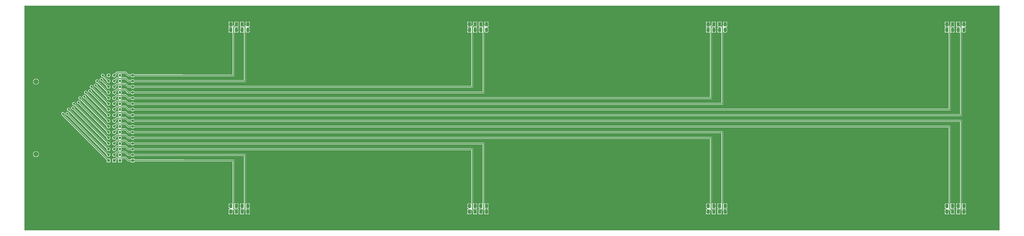
<source format=gbl>
G04 Layer_Physical_Order=2*
G04 Layer_Color=255*
%FSLAX44Y44*%
%MOMM*%
G71*
G01*
G75*
%ADD11C,0.4064*%
%ADD12C,2.2500*%
%ADD13O,1.4224X2.1590*%
%ADD14R,1.4224X1.9050*%
%ADD15R,1.2700X1.2700*%
%ADD16C,1.2700*%
%ADD17C,3.2400*%
%ADD18C,2.4000*%
%ADD19C,0.7000*%
%ADD20C,5.0800*%
%ADD21C,1.1000*%
%ADD22C,0.4000*%
G36*
X4363621Y-502821D02*
X5179D01*
Y502821D01*
X4363621D01*
Y-502821D01*
D02*
G37*
%LPC*%
G36*
X3059430Y-380963D02*
X3058314Y-381110D01*
X3056089Y-382032D01*
X3054180Y-383497D01*
X3052715Y-385406D01*
X3051793Y-387631D01*
X3051479Y-390017D01*
Y-392430D01*
X3059430D01*
Y-380963D01*
D02*
G37*
G36*
X2077212Y-382105D02*
X2071370D01*
Y-392430D01*
X2079282D01*
Y-384175D01*
X2079124Y-383383D01*
X2078676Y-382711D01*
X2078004Y-382263D01*
X2077212Y-382105D01*
D02*
G37*
G36*
X2043430D02*
X2037588D01*
X2036796Y-382263D01*
X2036125Y-382711D01*
X2035676Y-383383D01*
X2035518Y-384175D01*
Y-392430D01*
X2043430D01*
Y-382105D01*
D02*
G37*
G36*
X3093212D02*
X3087370D01*
Y-392430D01*
X3095282D01*
Y-384175D01*
X3095124Y-383383D01*
X3094676Y-382711D01*
X3094004Y-382263D01*
X3093212Y-382105D01*
D02*
G37*
G36*
X4126230Y-380963D02*
X4125114Y-381110D01*
X4122889Y-382032D01*
X4120980Y-383497D01*
X4119514Y-385406D01*
X4118593Y-387631D01*
X4118279Y-390017D01*
Y-392430D01*
X4126230D01*
Y-380963D01*
D02*
G37*
G36*
X3144012Y-382105D02*
X3138170D01*
Y-392430D01*
X3146082D01*
Y-384175D01*
X3145924Y-383383D01*
X3145475Y-382711D01*
X3144804Y-382263D01*
X3144012Y-382105D01*
D02*
G37*
G36*
X3110230D02*
X3104388D01*
X3103596Y-382263D01*
X3102924Y-382711D01*
X3102476Y-383383D01*
X3102318Y-384175D01*
Y-392430D01*
X3110230D01*
Y-382105D01*
D02*
G37*
G36*
X2026412D02*
X2020570D01*
Y-392430D01*
X2028482D01*
Y-384175D01*
X2028324Y-383383D01*
X2027876Y-382711D01*
X2027204Y-382263D01*
X2026412Y-382105D01*
D02*
G37*
G36*
X925830Y-380963D02*
X924714Y-381110D01*
X922489Y-382032D01*
X920580Y-383497D01*
X919115Y-385406D01*
X918193Y-387631D01*
X917879Y-390017D01*
Y-392430D01*
X925830D01*
Y-380963D01*
D02*
G37*
G36*
X4212882Y-394970D02*
X4204970D01*
Y-405295D01*
X4210812D01*
X4211604Y-405137D01*
X4212275Y-404688D01*
X4212724Y-404017D01*
X4212882Y-403225D01*
Y-394970D01*
D02*
G37*
G36*
X4177030D02*
X4169118D01*
Y-403225D01*
X4169276Y-404017D01*
X4169724Y-404688D01*
X4170396Y-405137D01*
X4171188Y-405295D01*
X4177030D01*
Y-394970D01*
D02*
G37*
G36*
X959612Y-382105D02*
X953770D01*
Y-392430D01*
X961682D01*
Y-384175D01*
X961524Y-383383D01*
X961076Y-382711D01*
X960404Y-382263D01*
X959612Y-382105D01*
D02*
G37*
G36*
X1992630Y-380963D02*
X1991514Y-381110D01*
X1989290Y-382032D01*
X1987380Y-383497D01*
X1985914Y-385406D01*
X1984993Y-387631D01*
X1984679Y-390017D01*
Y-392430D01*
X1992630D01*
Y-380963D01*
D02*
G37*
G36*
X1010412Y-382105D02*
X1004570D01*
Y-392430D01*
X1012482D01*
Y-384175D01*
X1012324Y-383383D01*
X1011876Y-382711D01*
X1011204Y-382263D01*
X1010412Y-382105D01*
D02*
G37*
G36*
X976630D02*
X970788D01*
X969996Y-382263D01*
X969324Y-382711D01*
X968876Y-383383D01*
X968718Y-384175D01*
Y-392430D01*
X976630D01*
Y-382105D01*
D02*
G37*
G36*
X222250Y52047D02*
X220284Y51788D01*
X218451Y51029D01*
X216878Y49822D01*
X215671Y48249D01*
X214912Y46416D01*
X214653Y44450D01*
X214912Y42484D01*
X215671Y40651D01*
X216878Y39078D01*
X218451Y37871D01*
X220284Y37112D01*
X222250Y36853D01*
X223785Y37055D01*
X372868Y-112028D01*
X372834Y-112112D01*
X372546Y-114300D01*
X372834Y-116488D01*
X373678Y-118527D01*
X375022Y-120278D01*
X376773Y-121622D01*
X378812Y-122466D01*
X381000Y-122754D01*
X383188Y-122466D01*
X385227Y-121622D01*
X386978Y-120278D01*
X388322Y-118527D01*
X389166Y-116488D01*
X389454Y-114300D01*
X389166Y-112112D01*
X388322Y-110073D01*
X386978Y-108322D01*
X385227Y-106978D01*
X383188Y-106134D01*
X381000Y-105846D01*
X378812Y-106134D01*
X378728Y-106168D01*
X229645Y42915D01*
X229847Y44450D01*
X229588Y46416D01*
X228829Y48249D01*
X227622Y49822D01*
X226049Y51029D01*
X224216Y51788D01*
X222250Y52047D01*
D02*
G37*
G36*
X203200Y45697D02*
X201234Y45438D01*
X199401Y44679D01*
X197828Y43472D01*
X196621Y41898D01*
X195862Y40066D01*
X195603Y38100D01*
X195862Y36134D01*
X196621Y34302D01*
X197828Y32728D01*
X199401Y31521D01*
X201234Y30762D01*
X203200Y30503D01*
X204735Y30705D01*
X372868Y-137428D01*
X372834Y-137512D01*
X372546Y-139700D01*
X372834Y-141888D01*
X373678Y-143927D01*
X375022Y-145678D01*
X376773Y-147022D01*
X378812Y-147866D01*
X381000Y-148154D01*
X383188Y-147866D01*
X385227Y-147022D01*
X386978Y-145678D01*
X388322Y-143927D01*
X389166Y-141888D01*
X389454Y-139700D01*
X389166Y-137512D01*
X388322Y-135473D01*
X386978Y-133722D01*
X385227Y-132378D01*
X383188Y-131534D01*
X381000Y-131246D01*
X378812Y-131534D01*
X378728Y-131568D01*
X210595Y36565D01*
X210797Y38100D01*
X210538Y40066D01*
X209779Y41898D01*
X208572Y43472D01*
X206999Y44679D01*
X205166Y45438D01*
X203200Y45697D01*
D02*
G37*
G36*
X58166Y-148519D02*
Y-160476D01*
X70123D01*
X69834Y-158279D01*
X68496Y-155049D01*
X66367Y-152275D01*
X63593Y-150146D01*
X60363Y-148808D01*
X58166Y-148519D01*
D02*
G37*
G36*
X227013Y71097D02*
X225046Y70838D01*
X223214Y70079D01*
X221641Y68872D01*
X220433Y67298D01*
X219674Y65466D01*
X219415Y63500D01*
X219674Y61534D01*
X220433Y59701D01*
X221641Y58128D01*
X223214Y56921D01*
X225046Y56162D01*
X227013Y55903D01*
X228979Y56162D01*
X229756Y56484D01*
X372868Y-86628D01*
X372834Y-86712D01*
X372546Y-88900D01*
X372834Y-91088D01*
X373678Y-93127D01*
X375022Y-94878D01*
X376773Y-96222D01*
X378812Y-97066D01*
X381000Y-97354D01*
X383188Y-97066D01*
X385227Y-96222D01*
X386978Y-94878D01*
X388322Y-93127D01*
X389166Y-91088D01*
X389454Y-88900D01*
X389166Y-86712D01*
X388322Y-84673D01*
X386978Y-82922D01*
X385227Y-81578D01*
X383188Y-80734D01*
X381000Y-80446D01*
X378812Y-80734D01*
X378728Y-80768D01*
X234592Y63368D01*
X234610Y63500D01*
X234351Y65466D01*
X233592Y67298D01*
X232384Y68872D01*
X230811Y70079D01*
X228979Y70838D01*
X227013Y71097D01*
D02*
G37*
G36*
X273050Y102847D02*
X271084Y102588D01*
X269251Y101829D01*
X267678Y100622D01*
X266471Y99049D01*
X265712Y97216D01*
X265453Y95250D01*
X265712Y93284D01*
X266471Y91452D01*
X267678Y89878D01*
X269251Y88671D01*
X271084Y87912D01*
X273050Y87653D01*
X274585Y87855D01*
X372868Y-10428D01*
X372834Y-10512D01*
X372546Y-12700D01*
X372834Y-14888D01*
X373678Y-16927D01*
X375022Y-18678D01*
X376773Y-20022D01*
X378812Y-20866D01*
X381000Y-21154D01*
X383188Y-20866D01*
X385227Y-20022D01*
X386978Y-18678D01*
X388322Y-16927D01*
X389166Y-14888D01*
X389454Y-12700D01*
X389166Y-10512D01*
X388322Y-8473D01*
X386978Y-6722D01*
X385227Y-5378D01*
X383188Y-4534D01*
X381000Y-4246D01*
X378812Y-4534D01*
X378728Y-4568D01*
X280445Y93715D01*
X280647Y95250D01*
X280388Y97216D01*
X279629Y99049D01*
X278422Y100622D01*
X276849Y101829D01*
X275016Y102588D01*
X273050Y102847D01*
D02*
G37*
G36*
X254000Y96497D02*
X252034Y96238D01*
X250201Y95479D01*
X248628Y94272D01*
X247421Y92698D01*
X246662Y90866D01*
X246403Y88900D01*
X246662Y86934D01*
X247421Y85101D01*
X248628Y83528D01*
X250201Y82321D01*
X252034Y81562D01*
X254000Y81303D01*
X255535Y81505D01*
X372868Y-35828D01*
X372834Y-35912D01*
X372546Y-38100D01*
X372834Y-40288D01*
X373678Y-42327D01*
X375022Y-44078D01*
X376773Y-45422D01*
X378812Y-46266D01*
X381000Y-46554D01*
X383188Y-46266D01*
X385227Y-45422D01*
X386978Y-44078D01*
X388322Y-42327D01*
X389166Y-40288D01*
X389454Y-38100D01*
X389166Y-35912D01*
X388322Y-33873D01*
X386978Y-32122D01*
X385227Y-30778D01*
X383188Y-29934D01*
X381000Y-29646D01*
X378812Y-29934D01*
X378728Y-29968D01*
X261395Y87365D01*
X261597Y88900D01*
X261338Y90866D01*
X260579Y92698D01*
X259372Y94272D01*
X257799Y95479D01*
X255966Y96238D01*
X254000Y96497D01*
D02*
G37*
G36*
X247650Y77447D02*
X245684Y77188D01*
X243852Y76429D01*
X242278Y75222D01*
X241071Y73649D01*
X240312Y71816D01*
X240053Y69850D01*
X240312Y67884D01*
X241071Y66052D01*
X242278Y64478D01*
X243852Y63271D01*
X245684Y62512D01*
X247650Y62253D01*
X249185Y62455D01*
X372868Y-61228D01*
X372834Y-61312D01*
X372546Y-63500D01*
X372834Y-65688D01*
X373678Y-67727D01*
X375022Y-69478D01*
X376773Y-70822D01*
X378812Y-71666D01*
X381000Y-71954D01*
X383188Y-71666D01*
X385227Y-70822D01*
X386978Y-69478D01*
X388322Y-67727D01*
X389166Y-65688D01*
X389454Y-63500D01*
X389166Y-61312D01*
X388322Y-59273D01*
X386978Y-57522D01*
X385227Y-56178D01*
X383188Y-55334D01*
X381000Y-55046D01*
X378812Y-55334D01*
X378728Y-55368D01*
X255045Y68315D01*
X255247Y69850D01*
X254988Y71816D01*
X254229Y73649D01*
X253022Y75222D01*
X251448Y76429D01*
X249616Y77188D01*
X247650Y77447D01*
D02*
G37*
G36*
X55626Y-148519D02*
X53429Y-148808D01*
X50199Y-150146D01*
X47425Y-152275D01*
X45296Y-155049D01*
X43958Y-158279D01*
X43669Y-160476D01*
X55626D01*
Y-148519D01*
D02*
G37*
G36*
X4210812Y-382105D02*
X4204970D01*
Y-392430D01*
X4212882D01*
Y-384175D01*
X4212724Y-383383D01*
X4212275Y-382711D01*
X4211604Y-382263D01*
X4210812Y-382105D01*
D02*
G37*
G36*
X4177030D02*
X4171188D01*
X4170396Y-382263D01*
X4169724Y-382711D01*
X4169276Y-383383D01*
X4169118Y-384175D01*
Y-392430D01*
X4177030D01*
Y-382105D01*
D02*
G37*
G36*
X4160012D02*
X4154170D01*
Y-392430D01*
X4162082D01*
Y-384175D01*
X4161924Y-383383D01*
X4161476Y-382711D01*
X4160804Y-382263D01*
X4160012Y-382105D01*
D02*
G37*
G36*
X177800Y26647D02*
X175834Y26388D01*
X174002Y25629D01*
X172428Y24422D01*
X171221Y22848D01*
X170462Y21016D01*
X170203Y19050D01*
X170462Y17084D01*
X171221Y15251D01*
X172428Y13678D01*
X173656Y12736D01*
Y12700D01*
X173972Y11114D01*
X174870Y9770D01*
X372578Y-187938D01*
Y-196850D01*
X372736Y-197643D01*
X373185Y-198315D01*
X373857Y-198764D01*
X374650Y-198922D01*
X387350D01*
X388143Y-198764D01*
X388815Y-198315D01*
X389264Y-197643D01*
X389422Y-196850D01*
Y-184150D01*
X389264Y-183357D01*
X388815Y-182685D01*
X388143Y-182236D01*
X387350Y-182078D01*
X378438D01*
X183142Y13218D01*
X183172Y13678D01*
X184379Y15251D01*
X185138Y17084D01*
X185397Y19050D01*
X185138Y21016D01*
X184379Y22848D01*
X183172Y24422D01*
X181598Y25629D01*
X179766Y26388D01*
X177800Y26647D01*
D02*
G37*
G36*
X196850D02*
X194884Y26388D01*
X193051Y25629D01*
X191478Y24422D01*
X190271Y22848D01*
X189512Y21016D01*
X189253Y19050D01*
X189512Y17084D01*
X190271Y15251D01*
X191478Y13678D01*
X193051Y12471D01*
X194884Y11712D01*
X196850Y11453D01*
X198385Y11655D01*
X372868Y-162828D01*
X372834Y-162912D01*
X372546Y-165100D01*
X372834Y-167288D01*
X373678Y-169327D01*
X375022Y-171078D01*
X376773Y-172422D01*
X378812Y-173266D01*
X381000Y-173554D01*
X383188Y-173266D01*
X385227Y-172422D01*
X386978Y-171078D01*
X388322Y-169327D01*
X389166Y-167288D01*
X389454Y-165100D01*
X389166Y-162912D01*
X388322Y-160873D01*
X386978Y-159122D01*
X385227Y-157778D01*
X383188Y-156934D01*
X381000Y-156646D01*
X378812Y-156934D01*
X378728Y-156968D01*
X204245Y17515D01*
X204447Y19050D01*
X204188Y21016D01*
X203429Y22848D01*
X202222Y24422D01*
X200648Y25629D01*
X198816Y26388D01*
X196850Y26647D01*
D02*
G37*
G36*
X55626Y-163016D02*
X43669D01*
X43958Y-165213D01*
X45296Y-168443D01*
X47425Y-171217D01*
X50199Y-173346D01*
X53429Y-174684D01*
X55626Y-174973D01*
Y-163016D01*
D02*
G37*
G36*
X70123D02*
X58166D01*
Y-174973D01*
X60363Y-174684D01*
X63593Y-173346D01*
X66367Y-171217D01*
X68496Y-168443D01*
X69834Y-165213D01*
X70123Y-163016D01*
D02*
G37*
G36*
X3135630Y-420370D02*
X3127718D01*
Y-428625D01*
X3127876Y-429417D01*
X3128325Y-430089D01*
X3128996Y-430537D01*
X3129788Y-430695D01*
X3135630D01*
Y-420370D01*
D02*
G37*
G36*
X3069882D02*
X3061970D01*
Y-430695D01*
X3067812D01*
X3068604Y-430537D01*
X3069276Y-430089D01*
X3069724Y-429417D01*
X3069882Y-428625D01*
Y-420370D01*
D02*
G37*
G36*
X3059430D02*
X3051518D01*
Y-428625D01*
X3051676Y-429417D01*
X3052125Y-430089D01*
X3052796Y-430537D01*
X3053588Y-430695D01*
X3059430D01*
Y-420370D01*
D02*
G37*
G36*
X3146082D02*
X3138170D01*
Y-430695D01*
X3144012D01*
X3144804Y-430537D01*
X3145475Y-430089D01*
X3145924Y-429417D01*
X3146082Y-428625D01*
Y-420370D01*
D02*
G37*
G36*
X4202430D02*
X4194518D01*
Y-428625D01*
X4194676Y-429417D01*
X4195125Y-430089D01*
X4195796Y-430537D01*
X4196588Y-430695D01*
X4202430D01*
Y-420370D01*
D02*
G37*
G36*
X4136682D02*
X4128770D01*
Y-430695D01*
X4134612D01*
X4135404Y-430537D01*
X4136075Y-430089D01*
X4136524Y-429417D01*
X4136682Y-428625D01*
Y-420370D01*
D02*
G37*
G36*
X4126230D02*
X4118318D01*
Y-428625D01*
X4118476Y-429417D01*
X4118925Y-430089D01*
X4119596Y-430537D01*
X4120388Y-430695D01*
X4126230D01*
Y-420370D01*
D02*
G37*
G36*
X2079282D02*
X2071370D01*
Y-430695D01*
X2077212D01*
X2078004Y-430537D01*
X2078676Y-430089D01*
X2079124Y-429417D01*
X2079282Y-428625D01*
Y-420370D01*
D02*
G37*
G36*
X1002030D02*
X994118D01*
Y-428625D01*
X994276Y-429417D01*
X994725Y-430089D01*
X995396Y-430537D01*
X996188Y-430695D01*
X1002030D01*
Y-420370D01*
D02*
G37*
G36*
X936282D02*
X928370D01*
Y-430695D01*
X934212D01*
X935004Y-430537D01*
X935676Y-430089D01*
X936124Y-429417D01*
X936282Y-428625D01*
Y-420370D01*
D02*
G37*
G36*
X925830D02*
X917918D01*
Y-428625D01*
X918076Y-429417D01*
X918524Y-430089D01*
X919196Y-430537D01*
X919988Y-430695D01*
X925830D01*
Y-420370D01*
D02*
G37*
G36*
X1012482D02*
X1004570D01*
Y-430695D01*
X1010412D01*
X1011204Y-430537D01*
X1011876Y-430089D01*
X1012324Y-429417D01*
X1012482Y-428625D01*
Y-420370D01*
D02*
G37*
G36*
X2068830D02*
X2060918D01*
Y-428625D01*
X2061076Y-429417D01*
X2061525Y-430089D01*
X2062196Y-430537D01*
X2062988Y-430695D01*
X2068830D01*
Y-420370D01*
D02*
G37*
G36*
X2003082D02*
X1995170D01*
Y-430695D01*
X2001012D01*
X2001804Y-430537D01*
X2002475Y-430089D01*
X2002924Y-429417D01*
X2003082Y-428625D01*
Y-420370D01*
D02*
G37*
G36*
X1992630D02*
X1984718D01*
Y-428625D01*
X1984876Y-429417D01*
X1985325Y-430089D01*
X1985996Y-430537D01*
X1986788Y-430695D01*
X1992630D01*
Y-420370D01*
D02*
G37*
G36*
X2079282Y-394970D02*
X2071370D01*
Y-405295D01*
X2077212D01*
X2078004Y-405137D01*
X2078676Y-404688D01*
X2079124Y-404017D01*
X2079282Y-403225D01*
Y-394970D01*
D02*
G37*
G36*
X2043430D02*
X2035518D01*
Y-403225D01*
X2035676Y-404017D01*
X2036125Y-404688D01*
X2036796Y-405137D01*
X2037588Y-405295D01*
X2043430D01*
Y-394970D01*
D02*
G37*
G36*
X2028482D02*
X2020570D01*
Y-405295D01*
X2026412D01*
X2027204Y-405137D01*
X2027876Y-404688D01*
X2028324Y-404017D01*
X2028482Y-403225D01*
Y-394970D01*
D02*
G37*
G36*
X3095282D02*
X3087370D01*
Y-405295D01*
X3093212D01*
X3094004Y-405137D01*
X3094676Y-404688D01*
X3095124Y-404017D01*
X3095282Y-403225D01*
Y-394970D01*
D02*
G37*
G36*
X4162082D02*
X4154170D01*
Y-405295D01*
X4160012D01*
X4160804Y-405137D01*
X4161476Y-404688D01*
X4161924Y-404017D01*
X4162082Y-403225D01*
Y-394970D01*
D02*
G37*
G36*
X3146082D02*
X3138170D01*
Y-405295D01*
X3144012D01*
X3144804Y-405137D01*
X3145475Y-404688D01*
X3145924Y-404017D01*
X3146082Y-403225D01*
Y-394970D01*
D02*
G37*
G36*
X3110230D02*
X3102318D01*
Y-403225D01*
X3102476Y-404017D01*
X3102924Y-404688D01*
X3103596Y-405137D01*
X3104388Y-405295D01*
X3110230D01*
Y-394970D01*
D02*
G37*
G36*
X1012482D02*
X1004570D01*
Y-405295D01*
X1010412D01*
X1011204Y-405137D01*
X1011876Y-404688D01*
X1012324Y-404017D01*
X1012482Y-403225D01*
Y-394970D01*
D02*
G37*
G36*
X2077212Y-407505D02*
X2071370D01*
Y-417830D01*
X2079282D01*
Y-409575D01*
X2079124Y-408783D01*
X2078676Y-408111D01*
X2078004Y-407663D01*
X2077212Y-407505D01*
D02*
G37*
G36*
X1010412D02*
X1004570D01*
Y-417830D01*
X1012482D01*
Y-409575D01*
X1012324Y-408783D01*
X1011876Y-408111D01*
X1011204Y-407663D01*
X1010412Y-407505D01*
D02*
G37*
G36*
X4212882Y-420370D02*
X4204970D01*
Y-430695D01*
X4210812D01*
X4211604Y-430537D01*
X4212275Y-430089D01*
X4212724Y-429417D01*
X4212882Y-428625D01*
Y-420370D01*
D02*
G37*
G36*
X3144012Y-407505D02*
X3138170D01*
Y-417830D01*
X3146082D01*
Y-409575D01*
X3145924Y-408783D01*
X3145475Y-408111D01*
X3144804Y-407663D01*
X3144012Y-407505D01*
D02*
G37*
G36*
X976630Y-394970D02*
X968718D01*
Y-403225D01*
X968876Y-404017D01*
X969324Y-404688D01*
X969996Y-405137D01*
X970788Y-405295D01*
X976630D01*
Y-394970D01*
D02*
G37*
G36*
X961682D02*
X953770D01*
Y-405295D01*
X959612D01*
X960404Y-405137D01*
X961076Y-404688D01*
X961524Y-404017D01*
X961682Y-403225D01*
Y-394970D01*
D02*
G37*
G36*
X4210812Y-407505D02*
X4204970D01*
Y-417830D01*
X4212882D01*
Y-409575D01*
X4212724Y-408783D01*
X4212275Y-408111D01*
X4211604Y-407663D01*
X4210812Y-407505D01*
D02*
G37*
G36*
X925830Y417830D02*
X917918D01*
Y409575D01*
X918076Y408783D01*
X918524Y408111D01*
X919196Y407663D01*
X919988Y407505D01*
X925830D01*
Y417830D01*
D02*
G37*
G36*
X4160012Y405295D02*
X4154170D01*
Y394970D01*
X4162082D01*
Y403225D01*
X4161924Y404017D01*
X4161476Y404688D01*
X4160804Y405137D01*
X4160012Y405295D01*
D02*
G37*
G36*
X3093212D02*
X3087370D01*
Y394970D01*
X3095282D01*
Y403225D01*
X3095124Y404017D01*
X3094676Y404688D01*
X3094004Y405137D01*
X3093212Y405295D01*
D02*
G37*
G36*
X1992630Y417830D02*
X1984718D01*
Y409575D01*
X1984876Y408783D01*
X1985325Y408111D01*
X1985996Y407663D01*
X1986788Y407505D01*
X1992630D01*
Y417830D01*
D02*
G37*
G36*
X4202430Y430695D02*
X4196588D01*
X4195796Y430537D01*
X4195125Y430089D01*
X4194676Y429417D01*
X4194518Y428625D01*
Y420370D01*
X4202430D01*
Y430695D01*
D02*
G37*
G36*
X4126230Y417830D02*
X4118318D01*
Y409575D01*
X4118476Y408783D01*
X4118925Y408111D01*
X4119596Y407663D01*
X4120388Y407505D01*
X4126230D01*
Y417830D01*
D02*
G37*
G36*
X3059430D02*
X3051518D01*
Y409575D01*
X3051676Y408783D01*
X3052125Y408111D01*
X3052796Y407663D01*
X3053588Y407505D01*
X3059430D01*
Y417830D01*
D02*
G37*
G36*
X2026412Y405295D02*
X2020570D01*
Y394970D01*
X2028482D01*
Y403225D01*
X2028324Y404017D01*
X2027876Y404688D01*
X2027204Y405137D01*
X2026412Y405295D01*
D02*
G37*
G36*
X1992630D02*
X1986788D01*
X1985996Y405137D01*
X1985325Y404688D01*
X1984876Y404017D01*
X1984718Y403225D01*
Y394970D01*
X1992630D01*
Y405295D01*
D02*
G37*
G36*
X976630D02*
X970788D01*
X969996Y405137D01*
X969324Y404688D01*
X968876Y404017D01*
X968718Y403225D01*
Y394970D01*
X976630D01*
Y405295D01*
D02*
G37*
G36*
X4177030D02*
X4171188D01*
X4170396Y405137D01*
X4169724Y404688D01*
X4169276Y404017D01*
X4169118Y403225D01*
Y394970D01*
X4177030D01*
Y405295D01*
D02*
G37*
G36*
X3059430D02*
X3053588D01*
X3052796Y405137D01*
X3052125Y404688D01*
X3051676Y404017D01*
X3051518Y403225D01*
Y394970D01*
X3059430D01*
Y405295D01*
D02*
G37*
G36*
X959612D02*
X953770D01*
Y394970D01*
X961682D01*
Y403225D01*
X961524Y404017D01*
X961076Y404688D01*
X960404Y405137D01*
X959612Y405295D01*
D02*
G37*
G36*
X925830D02*
X919988D01*
X919196Y405137D01*
X918524Y404688D01*
X918076Y404017D01*
X917918Y403225D01*
Y394970D01*
X925830D01*
Y405295D01*
D02*
G37*
G36*
X4126230D02*
X4120388D01*
X4119596Y405137D01*
X4118925Y404688D01*
X4118476Y404017D01*
X4118318Y403225D01*
Y394970D01*
X4126230D01*
Y405295D01*
D02*
G37*
G36*
X4210812Y430695D02*
X4204970D01*
Y420370D01*
X4212882D01*
Y428625D01*
X4212724Y429417D01*
X4212275Y430089D01*
X4211604Y430537D01*
X4210812Y430695D01*
D02*
G37*
G36*
X4134612D02*
X4128770D01*
Y420370D01*
X4136682D01*
Y428625D01*
X4136524Y429417D01*
X4136075Y430089D01*
X4135404Y430537D01*
X4134612Y430695D01*
D02*
G37*
G36*
X3067812D02*
X3061970D01*
Y420370D01*
X3069882D01*
Y428625D01*
X3069724Y429417D01*
X3069276Y430089D01*
X3068604Y430537D01*
X3067812Y430695D01*
D02*
G37*
G36*
X934212D02*
X928370D01*
Y420370D01*
X936282D01*
Y428625D01*
X936124Y429417D01*
X935676Y430089D01*
X935004Y430537D01*
X934212Y430695D01*
D02*
G37*
G36*
X3144012D02*
X3138170D01*
Y420370D01*
X3146082D01*
Y428625D01*
X3145924Y429417D01*
X3145475Y430089D01*
X3144804Y430537D01*
X3144012Y430695D01*
D02*
G37*
G36*
X2077212D02*
X2071370D01*
Y420370D01*
X2079282D01*
Y428625D01*
X2079124Y429417D01*
X2078676Y430089D01*
X2078004Y430537D01*
X2077212Y430695D01*
D02*
G37*
G36*
X1010412D02*
X1004570D01*
Y420370D01*
X1012482D01*
Y428625D01*
X1012324Y429417D01*
X1011876Y430089D01*
X1011204Y430537D01*
X1010412Y430695D01*
D02*
G37*
G36*
X2001012D02*
X1995170D01*
Y420370D01*
X2003082D01*
Y428625D01*
X2002924Y429417D01*
X2002475Y430089D01*
X2001804Y430537D01*
X2001012Y430695D01*
D02*
G37*
G36*
X4126230D02*
X4120388D01*
X4119596Y430537D01*
X4118925Y430089D01*
X4118476Y429417D01*
X4118318Y428625D01*
Y420370D01*
X4126230D01*
Y430695D01*
D02*
G37*
G36*
X3059430D02*
X3053588D01*
X3052796Y430537D01*
X3052125Y430089D01*
X3051676Y429417D01*
X3051518Y428625D01*
Y420370D01*
X3059430D01*
Y430695D01*
D02*
G37*
G36*
X1992630D02*
X1986788D01*
X1985996Y430537D01*
X1985325Y430089D01*
X1984876Y429417D01*
X1984718Y428625D01*
Y420370D01*
X1992630D01*
Y430695D01*
D02*
G37*
G36*
X925830D02*
X919988D01*
X919196Y430537D01*
X918524Y430089D01*
X918076Y429417D01*
X917918Y428625D01*
Y420370D01*
X925830D01*
Y430695D01*
D02*
G37*
G36*
X3135630D02*
X3129788D01*
X3128996Y430537D01*
X3128325Y430089D01*
X3127876Y429417D01*
X3127718Y428625D01*
Y420370D01*
X3135630D01*
Y430695D01*
D02*
G37*
G36*
X2068830D02*
X2062988D01*
X2062196Y430537D01*
X2061525Y430089D01*
X2061076Y429417D01*
X2060918Y428625D01*
Y420370D01*
X2068830D01*
Y430695D01*
D02*
G37*
G36*
X1002030D02*
X996188D01*
X995396Y430537D01*
X994725Y430089D01*
X994276Y429417D01*
X994118Y428625D01*
Y420370D01*
X1002030D01*
Y430695D01*
D02*
G37*
G36*
X3110230Y405295D02*
X3104388D01*
X3103596Y405137D01*
X3102924Y404688D01*
X3102476Y404017D01*
X3102318Y403225D01*
Y394970D01*
X3110230D01*
Y405295D01*
D02*
G37*
G36*
X58166Y175481D02*
Y163524D01*
X70123D01*
X69834Y165721D01*
X68496Y168951D01*
X66367Y171725D01*
X63593Y173854D01*
X60363Y175192D01*
X58166Y175481D01*
D02*
G37*
G36*
X55626D02*
X53429Y175192D01*
X50199Y173854D01*
X47425Y171725D01*
X45296Y168951D01*
X43958Y165721D01*
X43669Y163524D01*
X55626D01*
Y175481D01*
D02*
G37*
G36*
X355600Y198097D02*
X353634Y197838D01*
X351801Y197079D01*
X350228Y195872D01*
X349021Y194298D01*
X348262Y192466D01*
X348003Y190500D01*
X348262Y188534D01*
X349021Y186702D01*
X350228Y185128D01*
X351801Y183921D01*
X353634Y183162D01*
X355600Y182903D01*
X357135Y183105D01*
X372868Y167372D01*
X372834Y167288D01*
X372546Y165100D01*
X372834Y162912D01*
X373678Y160873D01*
X375022Y159122D01*
X376773Y157778D01*
X378812Y156934D01*
X381000Y156646D01*
X383188Y156934D01*
X385227Y157778D01*
X386978Y159122D01*
X388322Y160873D01*
X389166Y162912D01*
X389454Y165100D01*
X389166Y167288D01*
X388322Y169327D01*
X386978Y171078D01*
X385227Y172422D01*
X383188Y173266D01*
X381000Y173554D01*
X378812Y173266D01*
X378728Y173232D01*
X362995Y188965D01*
X363197Y190500D01*
X362938Y192466D01*
X362179Y194298D01*
X360972Y195872D01*
X359398Y197079D01*
X357566Y197838D01*
X355600Y198097D01*
D02*
G37*
G36*
X381000Y198954D02*
X378812Y198666D01*
X376773Y197822D01*
X375022Y196478D01*
X373678Y194727D01*
X372834Y192688D01*
X372546Y190500D01*
X372834Y188312D01*
X373678Y186273D01*
X375022Y184522D01*
X376773Y183178D01*
X378812Y182334D01*
X381000Y182046D01*
X383188Y182334D01*
X385227Y183178D01*
X386978Y184522D01*
X388322Y186273D01*
X389166Y188312D01*
X389454Y190500D01*
X389166Y192688D01*
X388322Y194727D01*
X386978Y196478D01*
X385227Y197822D01*
X383188Y198666D01*
X381000Y198954D01*
D02*
G37*
G36*
X3146121Y392430D02*
X3138170D01*
Y380963D01*
X3139286Y381110D01*
X3141511Y382032D01*
X3143420Y383497D01*
X3144886Y385406D01*
X3145807Y387631D01*
X3146121Y390017D01*
Y392430D01*
D02*
G37*
G36*
X2079321D02*
X2071370D01*
Y380963D01*
X2072487Y381110D01*
X2074711Y382032D01*
X2076620Y383497D01*
X2078085Y385406D01*
X2079007Y387631D01*
X2079321Y390017D01*
Y392430D01*
D02*
G37*
G36*
X1012521D02*
X1004570D01*
Y380963D01*
X1005686Y381110D01*
X1007911Y382032D01*
X1009820Y383497D01*
X1011285Y385406D01*
X1012207Y387631D01*
X1012521Y390017D01*
Y392430D01*
D02*
G37*
G36*
X70123Y160984D02*
X58166D01*
Y149027D01*
X60363Y149316D01*
X63593Y150654D01*
X66367Y152783D01*
X68496Y155557D01*
X69834Y158787D01*
X70123Y160984D01*
D02*
G37*
G36*
X304800Y147297D02*
X302834Y147038D01*
X301001Y146279D01*
X299428Y145072D01*
X298221Y143498D01*
X297462Y141666D01*
X297203Y139700D01*
X297462Y137734D01*
X298221Y135901D01*
X299428Y134328D01*
X301001Y133121D01*
X302834Y132362D01*
X304800Y132103D01*
X306335Y132305D01*
X372868Y65772D01*
X372834Y65688D01*
X372546Y63500D01*
X372834Y61312D01*
X373678Y59273D01*
X375022Y57522D01*
X376773Y56178D01*
X378812Y55334D01*
X381000Y55046D01*
X383188Y55334D01*
X385227Y56178D01*
X386978Y57522D01*
X388322Y59273D01*
X389166Y61312D01*
X389454Y63500D01*
X389166Y65688D01*
X388322Y67727D01*
X386978Y69478D01*
X385227Y70822D01*
X383188Y71666D01*
X381000Y71954D01*
X378812Y71666D01*
X378728Y71632D01*
X312195Y138165D01*
X312397Y139700D01*
X312138Y141666D01*
X311379Y143498D01*
X310172Y145072D01*
X308598Y146279D01*
X306766Y147038D01*
X304800Y147297D01*
D02*
G37*
G36*
X298450Y128247D02*
X296484Y127988D01*
X294652Y127229D01*
X293078Y126022D01*
X291871Y124448D01*
X291112Y122616D01*
X290853Y120650D01*
X291112Y118684D01*
X291871Y116852D01*
X293078Y115278D01*
X294652Y114071D01*
X296484Y113312D01*
X298450Y113053D01*
X299985Y113255D01*
X372868Y40372D01*
X372834Y40288D01*
X372546Y38100D01*
X372834Y35912D01*
X373678Y33873D01*
X375022Y32122D01*
X376773Y30778D01*
X378812Y29934D01*
X381000Y29646D01*
X383188Y29934D01*
X385227Y30778D01*
X386978Y32122D01*
X388322Y33873D01*
X389166Y35912D01*
X389454Y38100D01*
X389166Y40288D01*
X388322Y42327D01*
X386978Y44078D01*
X385227Y45422D01*
X383188Y46266D01*
X381000Y46554D01*
X378812Y46266D01*
X378728Y46232D01*
X305845Y119115D01*
X306047Y120650D01*
X305788Y122616D01*
X305029Y124448D01*
X303822Y126022D01*
X302248Y127229D01*
X300416Y127988D01*
X298450Y128247D01*
D02*
G37*
G36*
X279400Y121897D02*
X277434Y121638D01*
X275602Y120879D01*
X274028Y119672D01*
X272821Y118098D01*
X272062Y116266D01*
X271803Y114300D01*
X272062Y112334D01*
X272821Y110501D01*
X274028Y108928D01*
X275602Y107721D01*
X277434Y106962D01*
X279400Y106703D01*
X280935Y106905D01*
X372868Y14972D01*
X372834Y14888D01*
X372546Y12700D01*
X372834Y10512D01*
X373678Y8473D01*
X375022Y6722D01*
X376773Y5378D01*
X378812Y4534D01*
X381000Y4246D01*
X383188Y4534D01*
X385227Y5378D01*
X386978Y6722D01*
X388322Y8473D01*
X389166Y10512D01*
X389454Y12700D01*
X389166Y14888D01*
X388322Y16927D01*
X386978Y18678D01*
X385227Y20022D01*
X383188Y20866D01*
X381000Y21154D01*
X378812Y20866D01*
X378728Y20832D01*
X286795Y112765D01*
X286997Y114300D01*
X286738Y116266D01*
X285979Y118098D01*
X284772Y119672D01*
X283199Y120879D01*
X281366Y121638D01*
X279400Y121897D01*
D02*
G37*
G36*
X323850Y153647D02*
X321884Y153388D01*
X320051Y152629D01*
X318478Y151422D01*
X317271Y149848D01*
X316512Y148016D01*
X316253Y146050D01*
X316512Y144084D01*
X317271Y142252D01*
X318478Y140678D01*
X320051Y139471D01*
X321884Y138712D01*
X323850Y138453D01*
X325385Y138655D01*
X372868Y91172D01*
X372834Y91088D01*
X372546Y88900D01*
X372834Y86712D01*
X373678Y84673D01*
X375022Y82922D01*
X376773Y81578D01*
X378812Y80734D01*
X381000Y80446D01*
X383188Y80734D01*
X385227Y81578D01*
X386978Y82922D01*
X388322Y84673D01*
X389166Y86712D01*
X389454Y88900D01*
X389166Y91088D01*
X388322Y93127D01*
X386978Y94878D01*
X385227Y96222D01*
X383188Y97066D01*
X381000Y97354D01*
X378812Y97066D01*
X378728Y97032D01*
X331245Y144515D01*
X331447Y146050D01*
X331188Y148016D01*
X330429Y149848D01*
X329222Y151422D01*
X327649Y152629D01*
X325816Y153388D01*
X323850Y153647D01*
D02*
G37*
G36*
X55626Y160984D02*
X43669D01*
X43958Y158787D01*
X45296Y155557D01*
X47425Y152783D01*
X50199Y150654D01*
X53429Y149316D01*
X55626Y149027D01*
Y160984D01*
D02*
G37*
G36*
X349250Y179047D02*
X347284Y178788D01*
X345452Y178029D01*
X343878Y176822D01*
X342671Y175249D01*
X341912Y173416D01*
X341653Y171450D01*
X341912Y169484D01*
X342671Y167652D01*
X343878Y166078D01*
X345452Y164871D01*
X347284Y164112D01*
X349250Y163853D01*
X350785Y164055D01*
X372868Y141972D01*
X372834Y141888D01*
X372546Y139700D01*
X372834Y137512D01*
X373678Y135473D01*
X375022Y133722D01*
X376773Y132378D01*
X378812Y131534D01*
X381000Y131246D01*
X383188Y131534D01*
X385227Y132378D01*
X386978Y133722D01*
X388322Y135473D01*
X389166Y137512D01*
X389454Y139700D01*
X389166Y141888D01*
X388322Y143927D01*
X386978Y145678D01*
X385227Y147022D01*
X383188Y147866D01*
X381000Y148154D01*
X378812Y147866D01*
X378728Y147832D01*
X356645Y169915D01*
X356847Y171450D01*
X356588Y173416D01*
X355829Y175249D01*
X354622Y176822D01*
X353049Y178029D01*
X351216Y178788D01*
X349250Y179047D01*
D02*
G37*
G36*
X330200Y172697D02*
X328234Y172438D01*
X326401Y171679D01*
X324828Y170472D01*
X323621Y168899D01*
X322862Y167066D01*
X322603Y165100D01*
X322862Y163134D01*
X323621Y161301D01*
X324828Y159728D01*
X326401Y158521D01*
X328234Y157762D01*
X330200Y157503D01*
X331735Y157705D01*
X372868Y116572D01*
X372834Y116488D01*
X372546Y114300D01*
X372834Y112112D01*
X373678Y110073D01*
X375022Y108322D01*
X376773Y106978D01*
X378812Y106134D01*
X381000Y105846D01*
X383188Y106134D01*
X385227Y106978D01*
X386978Y108322D01*
X388322Y110073D01*
X389166Y112112D01*
X389454Y114300D01*
X389166Y116488D01*
X388322Y118527D01*
X386978Y120278D01*
X385227Y121622D01*
X383188Y122466D01*
X381000Y122754D01*
X378812Y122466D01*
X378728Y122432D01*
X337595Y163565D01*
X337797Y165100D01*
X337538Y167066D01*
X336779Y168899D01*
X335572Y170472D01*
X333998Y171679D01*
X332166Y172438D01*
X330200Y172697D01*
D02*
G37*
G36*
X4126230Y392430D02*
X4118318D01*
Y384175D01*
X4118476Y383383D01*
X4118925Y382711D01*
X4119596Y382263D01*
X4120388Y382105D01*
X4126230D01*
Y392430D01*
D02*
G37*
G36*
X3110230D02*
X3102318D01*
Y384175D01*
X3102476Y383383D01*
X3102924Y382711D01*
X3103596Y382263D01*
X3104388Y382105D01*
X3110230D01*
Y392430D01*
D02*
G37*
G36*
X3095282D02*
X3087370D01*
Y382105D01*
X3093212D01*
X3094004Y382263D01*
X3094676Y382711D01*
X3095124Y383383D01*
X3095282Y384175D01*
Y392430D01*
D02*
G37*
G36*
X4185412Y430697D02*
X4171188D01*
X4170395Y430539D01*
X4169723Y430090D01*
X4169274Y429418D01*
X4169116Y428625D01*
Y409575D01*
X4169274Y408782D01*
X4169723Y408110D01*
X4170395Y407661D01*
X4171188Y407503D01*
X4184037D01*
X4184975Y406565D01*
X4184449Y405295D01*
X4179570D01*
Y393700D01*
Y382105D01*
X4185412D01*
X4185586Y382140D01*
X4186856Y381287D01*
Y16811D01*
X496320D01*
X496272Y16927D01*
X494928Y18678D01*
X493177Y20022D01*
X491138Y20866D01*
X488950Y21154D01*
X486762Y20866D01*
X484723Y20022D01*
X482972Y18678D01*
X481762Y17101D01*
X471307Y17107D01*
X460361Y28053D01*
X459027Y28944D01*
X457454Y29257D01*
X435673D01*
X435420Y30527D01*
X436027Y30778D01*
X437778Y32122D01*
X439122Y33873D01*
X439966Y35912D01*
X440254Y38100D01*
X439966Y40288D01*
X439122Y42327D01*
X437778Y44078D01*
X436362Y45165D01*
X436779Y46435D01*
X455751D01*
X466611Y35575D01*
X466704Y35436D01*
X468048Y34537D01*
X469633Y34221D01*
X481487Y34214D01*
X481628Y33873D01*
X482972Y32122D01*
X484723Y30778D01*
X486762Y29934D01*
X488950Y29646D01*
X491138Y29934D01*
X493177Y30778D01*
X494928Y32122D01*
X496272Y33873D01*
X496320Y33989D01*
X4140036D01*
X4140200Y33956D01*
X4141786Y34272D01*
X4143130Y35170D01*
X4144028Y36514D01*
X4144344Y38100D01*
Y381287D01*
X4145614Y382140D01*
X4145788Y382105D01*
X4151630D01*
Y393700D01*
Y405295D01*
X4146751D01*
X4146225Y406565D01*
X4147163Y407503D01*
X4160012D01*
X4160805Y407661D01*
X4161477Y408110D01*
X4161926Y408782D01*
X4162084Y409575D01*
Y428625D01*
X4161926Y429418D01*
X4161477Y430090D01*
X4160805Y430539D01*
X4160012Y430697D01*
X4145788D01*
X4144995Y430539D01*
X4144323Y430090D01*
X4143874Y429418D01*
X4143716Y428625D01*
Y415776D01*
X4137952Y410012D01*
X4136682Y410538D01*
Y417830D01*
X4128770D01*
Y407505D01*
X4134612D01*
X4135527Y406525D01*
X4135539Y406169D01*
X4135234Y405881D01*
X4134481Y405295D01*
X4128770D01*
Y393700D01*
Y382105D01*
X4134612D01*
X4134786Y382140D01*
X4136057Y381287D01*
Y42211D01*
X496320D01*
X496272Y42327D01*
X494928Y44078D01*
X493177Y45422D01*
X491138Y46266D01*
X488950Y46554D01*
X486762Y46266D01*
X484723Y45422D01*
X482972Y44078D01*
X481762Y42501D01*
X471307Y42507D01*
X460361Y53453D01*
X459027Y54344D01*
X457454Y54657D01*
X435673D01*
X435420Y55927D01*
X436027Y56178D01*
X437778Y57522D01*
X439122Y59273D01*
X439966Y61312D01*
X440254Y63500D01*
X439966Y65688D01*
X439122Y67727D01*
X437778Y69478D01*
X436362Y70565D01*
X436779Y71835D01*
X455751D01*
X466611Y60975D01*
X466704Y60836D01*
X468048Y59937D01*
X469633Y59621D01*
X481487Y59614D01*
X481628Y59273D01*
X482972Y57522D01*
X484723Y56178D01*
X486762Y55334D01*
X488950Y55046D01*
X491138Y55334D01*
X493177Y56178D01*
X494928Y57522D01*
X496272Y59273D01*
X496320Y59389D01*
X3124036D01*
X3124200Y59356D01*
X3125786Y59672D01*
X3127130Y60570D01*
X3128028Y61914D01*
X3128344Y63500D01*
Y384064D01*
X3129614Y384495D01*
X3130380Y383497D01*
X3132289Y382032D01*
X3134514Y381110D01*
X3135630Y380963D01*
Y393700D01*
X3136900D01*
Y394970D01*
X3146121D01*
Y397383D01*
X3145807Y399770D01*
X3144886Y401993D01*
X3143420Y403903D01*
X3141511Y405368D01*
X3139286Y406290D01*
X3139528Y407505D01*
X3144012D01*
X3144804Y407663D01*
X3145475Y408111D01*
X3145924Y408783D01*
X3146082Y409575D01*
Y417830D01*
X3136900D01*
X3127718D01*
Y410538D01*
X3126448Y410012D01*
X3120684Y415776D01*
Y428625D01*
X3120526Y429418D01*
X3120077Y430090D01*
X3119405Y430539D01*
X3118612Y430697D01*
X3104388D01*
X3103595Y430539D01*
X3102923Y430090D01*
X3102474Y429418D01*
X3102316Y428625D01*
Y409575D01*
X3102474Y408782D01*
X3102923Y408110D01*
X3103595Y407661D01*
X3104388Y407503D01*
X3117237D01*
X3118175Y406565D01*
X3117649Y405295D01*
X3112770D01*
Y393700D01*
Y382105D01*
X3118612D01*
X3118786Y382140D01*
X3120056Y381287D01*
Y67611D01*
X496320D01*
X496272Y67727D01*
X494928Y69478D01*
X493177Y70822D01*
X491138Y71666D01*
X488950Y71954D01*
X486762Y71666D01*
X484723Y70822D01*
X482972Y69478D01*
X481762Y67901D01*
X471307Y67907D01*
X460361Y78853D01*
X459027Y79744D01*
X457454Y80057D01*
X435673D01*
X435420Y81327D01*
X436027Y81578D01*
X437778Y82922D01*
X439122Y84673D01*
X439966Y86712D01*
X440254Y88900D01*
X439966Y91088D01*
X439122Y93127D01*
X437778Y94878D01*
X436362Y95965D01*
X436779Y97235D01*
X455751D01*
X466611Y86375D01*
X466704Y86236D01*
X468048Y85337D01*
X469633Y85021D01*
X481487Y85014D01*
X481628Y84673D01*
X482972Y82922D01*
X484723Y81578D01*
X486762Y80734D01*
X488950Y80446D01*
X491138Y80734D01*
X493177Y81578D01*
X494928Y82922D01*
X496272Y84673D01*
X496306Y84756D01*
X3073400D01*
X3074986Y85072D01*
X3076330Y85970D01*
X3077228Y87314D01*
X3077544Y88900D01*
Y381287D01*
X3078814Y382140D01*
X3078988Y382105D01*
X3084830D01*
Y393700D01*
Y405295D01*
X3079951D01*
X3079425Y406565D01*
X3080363Y407503D01*
X3093212D01*
X3094005Y407661D01*
X3094677Y408110D01*
X3095126Y408782D01*
X3095284Y409575D01*
Y428625D01*
X3095126Y429418D01*
X3094677Y430090D01*
X3094005Y430539D01*
X3093212Y430697D01*
X3078988D01*
X3078195Y430539D01*
X3077523Y430090D01*
X3077074Y429418D01*
X3076916Y428625D01*
Y415776D01*
X3071152Y410012D01*
X3069882Y410538D01*
Y417830D01*
X3061970D01*
Y407505D01*
X3067812D01*
X3068727Y406525D01*
X3068739Y406169D01*
X3068434Y405881D01*
X3067681Y405295D01*
X3061970D01*
Y393700D01*
Y382105D01*
X3067812D01*
X3067986Y382140D01*
X3069256Y381287D01*
Y93044D01*
X496306D01*
X496272Y93127D01*
X494928Y94878D01*
X493177Y96222D01*
X491138Y97066D01*
X488950Y97354D01*
X486762Y97066D01*
X484723Y96222D01*
X482972Y94878D01*
X481762Y93301D01*
X471307Y93307D01*
X460361Y104253D01*
X459027Y105144D01*
X457454Y105457D01*
X435673D01*
X435420Y106727D01*
X436027Y106978D01*
X437778Y108322D01*
X439122Y110073D01*
X439966Y112112D01*
X440254Y114300D01*
X439966Y116488D01*
X439122Y118527D01*
X437778Y120278D01*
X436362Y121365D01*
X436779Y122635D01*
X455751D01*
X466993Y111393D01*
X468327Y110502D01*
X469900Y110189D01*
X481580D01*
X481628Y110073D01*
X482972Y108322D01*
X484723Y106978D01*
X486762Y106134D01*
X488950Y105846D01*
X491138Y106134D01*
X493177Y106978D01*
X494928Y108322D01*
X496272Y110073D01*
X496320Y110189D01*
X2057236D01*
X2057400Y110156D01*
X2058986Y110472D01*
X2060330Y111370D01*
X2061228Y112714D01*
X2061544Y114300D01*
Y384064D01*
X2062814Y384495D01*
X2063580Y383497D01*
X2065490Y382032D01*
X2067713Y381110D01*
X2068830Y380963D01*
Y393700D01*
X2070100D01*
Y394970D01*
X2079321D01*
Y397383D01*
X2079007Y399770D01*
X2078085Y401993D01*
X2076620Y403903D01*
X2074711Y405368D01*
X2072487Y406290D01*
X2072728Y407505D01*
X2077212D01*
X2078004Y407663D01*
X2078676Y408111D01*
X2079124Y408783D01*
X2079282Y409575D01*
Y417830D01*
X2070100D01*
X2060918D01*
Y410538D01*
X2059648Y410012D01*
X2053884Y415776D01*
Y428625D01*
X2053726Y429418D01*
X2053277Y430090D01*
X2052605Y430539D01*
X2051812Y430697D01*
X2037588D01*
X2036795Y430539D01*
X2036123Y430090D01*
X2035674Y429418D01*
X2035516Y428625D01*
Y409575D01*
X2035674Y408782D01*
X2036123Y408110D01*
X2036795Y407661D01*
X2037588Y407503D01*
X2050437D01*
X2051375Y406565D01*
X2050849Y405295D01*
X2045970D01*
Y393700D01*
Y382105D01*
X2051812D01*
X2051986Y382140D01*
X2053256Y381287D01*
Y118411D01*
X496320D01*
X496272Y118527D01*
X494928Y120278D01*
X493177Y121622D01*
X491138Y122466D01*
X488950Y122754D01*
X486762Y122466D01*
X484723Y121622D01*
X482972Y120278D01*
X481628Y118527D01*
X481580Y118411D01*
X471603D01*
X460361Y129653D01*
X459027Y130544D01*
X457454Y130857D01*
X435673D01*
X435420Y132127D01*
X436027Y132378D01*
X437778Y133722D01*
X439122Y135473D01*
X439966Y137512D01*
X440254Y139700D01*
X439966Y141888D01*
X439122Y143927D01*
X437778Y145678D01*
X436362Y146765D01*
X436779Y148035D01*
X455751D01*
X466611Y137175D01*
X466704Y137036D01*
X468048Y136137D01*
X469633Y135821D01*
X481487Y135814D01*
X481628Y135473D01*
X482972Y133722D01*
X484723Y132378D01*
X486762Y131534D01*
X488950Y131246D01*
X491138Y131534D01*
X493177Y132378D01*
X494928Y133722D01*
X496272Y135473D01*
X496320Y135589D01*
X2006436D01*
X2006600Y135556D01*
X2008186Y135872D01*
X2009530Y136770D01*
X2010428Y138114D01*
X2010744Y139700D01*
Y381287D01*
X2012014Y382140D01*
X2012188Y382105D01*
X2018030D01*
Y393700D01*
Y405295D01*
X2013151D01*
X2012625Y406565D01*
X2013563Y407503D01*
X2026412D01*
X2027205Y407661D01*
X2027877Y408110D01*
X2028326Y408782D01*
X2028484Y409575D01*
Y428625D01*
X2028326Y429418D01*
X2027877Y430090D01*
X2027205Y430539D01*
X2026412Y430697D01*
X2012188D01*
X2011395Y430539D01*
X2010723Y430090D01*
X2010274Y429418D01*
X2010116Y428625D01*
Y415776D01*
X2004352Y410012D01*
X2003082Y410538D01*
Y417830D01*
X1995170D01*
Y407505D01*
X2001012D01*
X2001927Y406525D01*
X2001939Y406169D01*
X2001634Y405881D01*
X2000881Y405295D01*
X1995170D01*
Y393700D01*
Y382105D01*
X2001012D01*
X2001186Y382140D01*
X2002456Y381287D01*
Y143811D01*
X496320D01*
X496272Y143927D01*
X494928Y145678D01*
X493177Y147022D01*
X491138Y147866D01*
X488950Y148154D01*
X486762Y147866D01*
X484723Y147022D01*
X482972Y145678D01*
X481762Y144101D01*
X471307Y144107D01*
X460361Y155053D01*
X459027Y155944D01*
X457454Y156257D01*
X435673D01*
X435420Y157527D01*
X436027Y157778D01*
X437778Y159122D01*
X439122Y160873D01*
X439966Y162912D01*
X440254Y165100D01*
X439966Y167288D01*
X439122Y169327D01*
X437778Y171078D01*
X436362Y172165D01*
X436779Y173435D01*
X455751D01*
X466611Y162575D01*
X466704Y162436D01*
X468048Y161537D01*
X469633Y161221D01*
X481487Y161214D01*
X481628Y160873D01*
X482972Y159122D01*
X484723Y157778D01*
X486762Y156934D01*
X488950Y156646D01*
X491138Y156934D01*
X493177Y157778D01*
X494928Y159122D01*
X496272Y160873D01*
X496308Y160961D01*
X990575D01*
X990600Y160956D01*
X992186Y161272D01*
X993530Y162170D01*
X994428Y163514D01*
X994744Y165100D01*
Y384064D01*
X996014Y384495D01*
X996780Y383497D01*
X998689Y382032D01*
X1000913Y381110D01*
X1002030Y380963D01*
Y393700D01*
X1003300D01*
Y394970D01*
X1012521D01*
Y397383D01*
X1012207Y399770D01*
X1011285Y401993D01*
X1009820Y403903D01*
X1007911Y405368D01*
X1005687Y406290D01*
X1005928Y407505D01*
X1010412D01*
X1011204Y407663D01*
X1011876Y408111D01*
X1012324Y408783D01*
X1012482Y409575D01*
Y417830D01*
X1003300D01*
X994118D01*
Y410538D01*
X992848Y410012D01*
X987084Y415776D01*
Y428625D01*
X986926Y429418D01*
X986477Y430090D01*
X985805Y430539D01*
X985012Y430697D01*
X970788D01*
X969995Y430539D01*
X969323Y430090D01*
X968874Y429418D01*
X968716Y428625D01*
Y409575D01*
X968874Y408782D01*
X969323Y408110D01*
X969995Y407661D01*
X970788Y407503D01*
X983637D01*
X984575Y406565D01*
X984049Y405295D01*
X979170D01*
Y393700D01*
Y382105D01*
X985012D01*
X985186Y382140D01*
X986456Y381287D01*
Y169249D01*
X496304D01*
X496272Y169327D01*
X494928Y171078D01*
X493177Y172422D01*
X491138Y173266D01*
X488950Y173554D01*
X486762Y173266D01*
X484723Y172422D01*
X482972Y171078D01*
X481762Y169501D01*
X471307Y169507D01*
X460361Y180453D01*
X459027Y181344D01*
X457454Y181657D01*
X435673D01*
X435420Y182927D01*
X436027Y183178D01*
X437778Y184522D01*
X439122Y186273D01*
X439966Y188312D01*
X440254Y190500D01*
X439966Y192688D01*
X439122Y194727D01*
X437778Y196478D01*
X436362Y197565D01*
X436779Y198835D01*
X455751D01*
X466611Y187975D01*
X466704Y187836D01*
X468048Y186937D01*
X469633Y186621D01*
X481487Y186614D01*
X481628Y186273D01*
X482972Y184522D01*
X484723Y183178D01*
X486762Y182334D01*
X488950Y182046D01*
X491138Y182334D01*
X493177Y183178D01*
X494928Y184522D01*
X496272Y186273D01*
X496410Y186606D01*
X939798Y186356D01*
X939799Y186357D01*
X939800Y186356D01*
X940595Y186514D01*
X941384Y186671D01*
X941385Y186672D01*
X941386Y186672D01*
X942059Y187122D01*
X942728Y187568D01*
X942729Y187569D01*
X942730Y187570D01*
X943176Y188237D01*
X943627Y188912D01*
X943628Y188913D01*
X943628Y188914D01*
X943785Y189700D01*
X943944Y190498D01*
X943943Y190499D01*
X943944Y190500D01*
Y381287D01*
X945214Y382140D01*
X945388Y382105D01*
X951230D01*
Y393700D01*
Y405295D01*
X946351D01*
X945825Y406565D01*
X946763Y407503D01*
X959612D01*
X960405Y407661D01*
X961077Y408110D01*
X961526Y408782D01*
X961684Y409575D01*
Y428625D01*
X961526Y429418D01*
X961077Y430090D01*
X960405Y430539D01*
X959612Y430697D01*
X945388D01*
X944595Y430539D01*
X943923Y430090D01*
X943474Y429418D01*
X943316Y428625D01*
Y415776D01*
X937552Y410012D01*
X936282Y410538D01*
Y417830D01*
X928370D01*
Y407505D01*
X934212D01*
X935127Y406525D01*
X935139Y406169D01*
X934834Y405881D01*
X934081Y405295D01*
X928370D01*
Y393700D01*
Y382105D01*
X934212D01*
X934386Y382140D01*
X935656Y381287D01*
Y195544D01*
X934758Y194646D01*
X496144Y194893D01*
X494928Y196478D01*
X493177Y197822D01*
X491138Y198666D01*
X488950Y198954D01*
X486762Y198666D01*
X484723Y197822D01*
X482972Y196478D01*
X481762Y194901D01*
X471307Y194907D01*
X460361Y205853D01*
X459027Y206744D01*
X457454Y207057D01*
X418846D01*
X417273Y206744D01*
X415939Y205853D01*
X408704Y198618D01*
X408588Y198666D01*
X406400Y198954D01*
X404212Y198666D01*
X402173Y197822D01*
X400422Y196478D01*
X399078Y194727D01*
X398234Y192688D01*
X397946Y190500D01*
X398234Y188312D01*
X399078Y186273D01*
X400422Y184522D01*
X402173Y183178D01*
X404212Y182334D01*
X406400Y182046D01*
X408588Y182334D01*
X410627Y183178D01*
X412378Y184522D01*
X413722Y186273D01*
X414566Y188312D01*
X414854Y190500D01*
X414566Y192688D01*
X414518Y192804D01*
X420549Y198835D01*
X426821D01*
X427238Y197565D01*
X425822Y196478D01*
X424478Y194727D01*
X423634Y192688D01*
X423346Y190500D01*
X423634Y188312D01*
X424478Y186273D01*
X425822Y184522D01*
X427573Y183178D01*
X428180Y182927D01*
X427927Y181657D01*
X418846D01*
X417273Y181344D01*
X415939Y180453D01*
X408704Y173218D01*
X408588Y173266D01*
X406400Y173554D01*
X404212Y173266D01*
X402173Y172422D01*
X400422Y171078D01*
X399078Y169327D01*
X398234Y167288D01*
X397946Y165100D01*
X398234Y162912D01*
X399078Y160873D01*
X400422Y159122D01*
X402173Y157778D01*
X404212Y156934D01*
X406400Y156646D01*
X408588Y156934D01*
X410627Y157778D01*
X412378Y159122D01*
X413722Y160873D01*
X414566Y162912D01*
X414854Y165100D01*
X414566Y167288D01*
X414518Y167404D01*
X420549Y173435D01*
X426821D01*
X427238Y172165D01*
X425822Y171078D01*
X424478Y169327D01*
X423634Y167288D01*
X423346Y165100D01*
X423634Y162912D01*
X424478Y160873D01*
X425822Y159122D01*
X427573Y157778D01*
X428180Y157527D01*
X427927Y156257D01*
X418846D01*
X417273Y155944D01*
X415939Y155053D01*
X408704Y147818D01*
X408588Y147866D01*
X406400Y148154D01*
X404212Y147866D01*
X402173Y147022D01*
X400422Y145678D01*
X399078Y143927D01*
X398234Y141888D01*
X397946Y139700D01*
X398234Y137512D01*
X399078Y135473D01*
X400422Y133722D01*
X402173Y132378D01*
X404212Y131534D01*
X406400Y131246D01*
X408588Y131534D01*
X410627Y132378D01*
X412378Y133722D01*
X413722Y135473D01*
X414566Y137512D01*
X414854Y139700D01*
X414566Y141888D01*
X414518Y142004D01*
X420549Y148035D01*
X426821D01*
X427238Y146765D01*
X425822Y145678D01*
X424478Y143927D01*
X423634Y141888D01*
X423346Y139700D01*
X423634Y137512D01*
X424478Y135473D01*
X425822Y133722D01*
X427573Y132378D01*
X428180Y132127D01*
X427927Y130857D01*
X418846D01*
X417273Y130544D01*
X415939Y129653D01*
X408704Y122418D01*
X408588Y122466D01*
X406400Y122754D01*
X404212Y122466D01*
X402173Y121622D01*
X400422Y120278D01*
X399078Y118527D01*
X398234Y116488D01*
X397946Y114300D01*
X398234Y112112D01*
X399078Y110073D01*
X400422Y108322D01*
X402173Y106978D01*
X404212Y106134D01*
X406400Y105846D01*
X408588Y106134D01*
X410627Y106978D01*
X412378Y108322D01*
X413722Y110073D01*
X414566Y112112D01*
X414854Y114300D01*
X414566Y116488D01*
X414518Y116604D01*
X420549Y122635D01*
X426821D01*
X427238Y121365D01*
X425822Y120278D01*
X424478Y118527D01*
X423634Y116488D01*
X423346Y114300D01*
X423634Y112112D01*
X424478Y110073D01*
X425822Y108322D01*
X427573Y106978D01*
X428180Y106727D01*
X427927Y105457D01*
X418846D01*
X417273Y105144D01*
X415939Y104253D01*
X408704Y97018D01*
X408588Y97066D01*
X406400Y97354D01*
X404212Y97066D01*
X402173Y96222D01*
X400422Y94878D01*
X399078Y93127D01*
X398234Y91088D01*
X397946Y88900D01*
X398234Y86712D01*
X399078Y84673D01*
X400422Y82922D01*
X402173Y81578D01*
X404212Y80734D01*
X406400Y80446D01*
X408588Y80734D01*
X410627Y81578D01*
X412378Y82922D01*
X413722Y84673D01*
X414566Y86712D01*
X414854Y88900D01*
X414566Y91088D01*
X414518Y91204D01*
X420549Y97235D01*
X426821D01*
X427238Y95965D01*
X425822Y94878D01*
X424478Y93127D01*
X423634Y91088D01*
X423346Y88900D01*
X423634Y86712D01*
X424478Y84673D01*
X425822Y82922D01*
X427573Y81578D01*
X428180Y81327D01*
X427927Y80057D01*
X418846D01*
X417273Y79744D01*
X415939Y78853D01*
X408704Y71618D01*
X408588Y71666D01*
X406400Y71954D01*
X404212Y71666D01*
X402173Y70822D01*
X400422Y69478D01*
X399078Y67727D01*
X398234Y65688D01*
X397946Y63500D01*
X398234Y61312D01*
X399078Y59273D01*
X400422Y57522D01*
X402173Y56178D01*
X404212Y55334D01*
X406400Y55046D01*
X408588Y55334D01*
X410627Y56178D01*
X412378Y57522D01*
X413722Y59273D01*
X414566Y61312D01*
X414854Y63500D01*
X414566Y65688D01*
X414518Y65804D01*
X420549Y71835D01*
X426821D01*
X427238Y70565D01*
X425822Y69478D01*
X424478Y67727D01*
X423634Y65688D01*
X423346Y63500D01*
X423634Y61312D01*
X424478Y59273D01*
X425822Y57522D01*
X427573Y56178D01*
X428180Y55927D01*
X427927Y54657D01*
X418846D01*
X417273Y54344D01*
X415939Y53453D01*
X408704Y46218D01*
X408588Y46266D01*
X406400Y46554D01*
X404212Y46266D01*
X402173Y45422D01*
X400422Y44078D01*
X399078Y42327D01*
X398234Y40288D01*
X397946Y38100D01*
X398234Y35912D01*
X399078Y33873D01*
X400422Y32122D01*
X402173Y30778D01*
X404212Y29934D01*
X406400Y29646D01*
X408588Y29934D01*
X410627Y30778D01*
X412378Y32122D01*
X413722Y33873D01*
X414566Y35912D01*
X414854Y38100D01*
X414566Y40288D01*
X414518Y40404D01*
X420549Y46435D01*
X426821D01*
X427238Y45165D01*
X425822Y44078D01*
X424478Y42327D01*
X423634Y40288D01*
X423346Y38100D01*
X423634Y35912D01*
X424478Y33873D01*
X425822Y32122D01*
X427573Y30778D01*
X428180Y30527D01*
X427927Y29257D01*
X418846D01*
X417273Y28944D01*
X415939Y28053D01*
X408704Y20818D01*
X408588Y20866D01*
X406400Y21154D01*
X404212Y20866D01*
X402173Y20022D01*
X400422Y18678D01*
X399078Y16927D01*
X398234Y14888D01*
X397946Y12700D01*
X398234Y10512D01*
X399078Y8473D01*
X400422Y6722D01*
X402173Y5378D01*
X404212Y4534D01*
X406400Y4246D01*
X408588Y4534D01*
X410627Y5378D01*
X412378Y6722D01*
X413722Y8473D01*
X414566Y10512D01*
X414854Y12700D01*
X414566Y14888D01*
X414518Y15004D01*
X420549Y21035D01*
X426821D01*
X427238Y19765D01*
X425822Y18678D01*
X424478Y16927D01*
X423634Y14888D01*
X423346Y12700D01*
X423634Y10512D01*
X424478Y8473D01*
X425822Y6722D01*
X427573Y5378D01*
X428180Y5127D01*
X427927Y3857D01*
X418846D01*
X417273Y3544D01*
X415939Y2653D01*
X408704Y-4582D01*
X408588Y-4534D01*
X406400Y-4246D01*
X404212Y-4534D01*
X402173Y-5378D01*
X400422Y-6722D01*
X399078Y-8473D01*
X398234Y-10512D01*
X397946Y-12700D01*
X398234Y-14888D01*
X399078Y-16927D01*
X400422Y-18678D01*
X402173Y-20022D01*
X404212Y-20866D01*
X406400Y-21154D01*
X408588Y-20866D01*
X410627Y-20022D01*
X412378Y-18678D01*
X413722Y-16927D01*
X414566Y-14888D01*
X414854Y-12700D01*
X414566Y-10512D01*
X414518Y-10396D01*
X420549Y-4365D01*
X426821D01*
X427238Y-5635D01*
X425822Y-6722D01*
X424478Y-8473D01*
X423634Y-10512D01*
X423346Y-12700D01*
X423634Y-14888D01*
X424478Y-16927D01*
X425822Y-18678D01*
X427573Y-20022D01*
X428180Y-20273D01*
X427927Y-21543D01*
X418846D01*
X417273Y-21856D01*
X415939Y-22747D01*
X408704Y-29982D01*
X408588Y-29934D01*
X406400Y-29646D01*
X404212Y-29934D01*
X402173Y-30778D01*
X400422Y-32122D01*
X399078Y-33873D01*
X398234Y-35912D01*
X397946Y-38100D01*
X398234Y-40288D01*
X399078Y-42327D01*
X400422Y-44078D01*
X402173Y-45422D01*
X404212Y-46266D01*
X406400Y-46554D01*
X408588Y-46266D01*
X410627Y-45422D01*
X412378Y-44078D01*
X413722Y-42327D01*
X414566Y-40288D01*
X414854Y-38100D01*
X414566Y-35912D01*
X414518Y-35796D01*
X420549Y-29765D01*
X426821D01*
X427238Y-31035D01*
X425822Y-32122D01*
X424478Y-33873D01*
X423634Y-35912D01*
X423346Y-38100D01*
X423634Y-40288D01*
X424478Y-42327D01*
X425822Y-44078D01*
X427573Y-45422D01*
X428180Y-45673D01*
X427927Y-46943D01*
X418846D01*
X417273Y-47256D01*
X415939Y-48147D01*
X408704Y-55382D01*
X408588Y-55334D01*
X406400Y-55046D01*
X404212Y-55334D01*
X402173Y-56178D01*
X400422Y-57522D01*
X399078Y-59273D01*
X398234Y-61312D01*
X397946Y-63500D01*
X398234Y-65688D01*
X399078Y-67727D01*
X400422Y-69478D01*
X402173Y-70822D01*
X404212Y-71666D01*
X406400Y-71954D01*
X408588Y-71666D01*
X410627Y-70822D01*
X412378Y-69478D01*
X413722Y-67727D01*
X414566Y-65688D01*
X414854Y-63500D01*
X414566Y-61312D01*
X414518Y-61196D01*
X420549Y-55165D01*
X426821D01*
X427238Y-56435D01*
X425822Y-57522D01*
X424478Y-59273D01*
X423634Y-61312D01*
X423346Y-63500D01*
X423634Y-65688D01*
X424478Y-67727D01*
X425822Y-69478D01*
X427573Y-70822D01*
X428180Y-71073D01*
X427927Y-72343D01*
X418846D01*
X417273Y-72656D01*
X415939Y-73547D01*
X408704Y-80782D01*
X408588Y-80734D01*
X406400Y-80446D01*
X404212Y-80734D01*
X402173Y-81578D01*
X400422Y-82922D01*
X399078Y-84673D01*
X398234Y-86712D01*
X397946Y-88900D01*
X398234Y-91088D01*
X399078Y-93127D01*
X400422Y-94878D01*
X402173Y-96222D01*
X404212Y-97066D01*
X406400Y-97354D01*
X408588Y-97066D01*
X410627Y-96222D01*
X412378Y-94878D01*
X413722Y-93127D01*
X414566Y-91088D01*
X414854Y-88900D01*
X414566Y-86712D01*
X414518Y-86596D01*
X420549Y-80565D01*
X426821D01*
X427238Y-81835D01*
X425822Y-82922D01*
X424478Y-84673D01*
X423634Y-86712D01*
X423346Y-88900D01*
X423634Y-91088D01*
X424478Y-93127D01*
X425822Y-94878D01*
X427573Y-96222D01*
X428180Y-96473D01*
X427927Y-97743D01*
X418846D01*
X417273Y-98056D01*
X415939Y-98947D01*
X408704Y-106182D01*
X408588Y-106134D01*
X406400Y-105846D01*
X404212Y-106134D01*
X402173Y-106978D01*
X400422Y-108322D01*
X399078Y-110073D01*
X398234Y-112112D01*
X397946Y-114300D01*
X398234Y-116488D01*
X399078Y-118527D01*
X400422Y-120278D01*
X402173Y-121622D01*
X404212Y-122466D01*
X406400Y-122754D01*
X408588Y-122466D01*
X410627Y-121622D01*
X412378Y-120278D01*
X413722Y-118527D01*
X414566Y-116488D01*
X414854Y-114300D01*
X414566Y-112112D01*
X414518Y-111996D01*
X420549Y-105965D01*
X426821D01*
X427238Y-107235D01*
X425822Y-108322D01*
X424478Y-110073D01*
X423634Y-112112D01*
X423346Y-114300D01*
X423634Y-116488D01*
X424478Y-118527D01*
X425822Y-120278D01*
X427573Y-121622D01*
X428180Y-121873D01*
X427927Y-123143D01*
X418846D01*
X417273Y-123456D01*
X415939Y-124347D01*
X408704Y-131582D01*
X408588Y-131534D01*
X406400Y-131246D01*
X404212Y-131534D01*
X402173Y-132378D01*
X400422Y-133722D01*
X399078Y-135473D01*
X398234Y-137512D01*
X397946Y-139700D01*
X398234Y-141888D01*
X399078Y-143927D01*
X400422Y-145678D01*
X402173Y-147022D01*
X404212Y-147866D01*
X406400Y-148154D01*
X408588Y-147866D01*
X410627Y-147022D01*
X412378Y-145678D01*
X413722Y-143927D01*
X414566Y-141888D01*
X414854Y-139700D01*
X414566Y-137512D01*
X414518Y-137396D01*
X420549Y-131365D01*
X426821D01*
X427238Y-132635D01*
X425822Y-133722D01*
X424478Y-135473D01*
X423634Y-137512D01*
X423346Y-139700D01*
X423634Y-141888D01*
X424478Y-143927D01*
X425822Y-145678D01*
X427527Y-146986D01*
X427539Y-147112D01*
X427188Y-148256D01*
X419100D01*
X417514Y-148572D01*
X416170Y-149470D01*
X408672Y-156968D01*
X408588Y-156934D01*
X406400Y-156646D01*
X404212Y-156934D01*
X402173Y-157778D01*
X400422Y-159122D01*
X399078Y-160873D01*
X398234Y-162912D01*
X397946Y-165100D01*
X398234Y-167288D01*
X399078Y-169327D01*
X400422Y-171078D01*
X402173Y-172422D01*
X404212Y-173266D01*
X406400Y-173554D01*
X408588Y-173266D01*
X410627Y-172422D01*
X412378Y-171078D01*
X413722Y-169327D01*
X414566Y-167288D01*
X414854Y-165100D01*
X414566Y-162912D01*
X414532Y-162828D01*
X420816Y-156544D01*
X427188D01*
X427539Y-157688D01*
X427527Y-157814D01*
X425822Y-159122D01*
X424478Y-160873D01*
X423634Y-162912D01*
X423346Y-165100D01*
X423634Y-167288D01*
X424478Y-169327D01*
X425822Y-171078D01*
X427573Y-172422D01*
X428180Y-172673D01*
X427927Y-173943D01*
X418846D01*
X417273Y-174256D01*
X415939Y-175147D01*
X409008Y-182078D01*
X400050D01*
X399257Y-182236D01*
X398585Y-182685D01*
X398136Y-183357D01*
X397978Y-184150D01*
Y-196850D01*
X398136Y-197643D01*
X398585Y-198315D01*
X399257Y-198764D01*
X400050Y-198922D01*
X412750D01*
X413543Y-198764D01*
X414215Y-198315D01*
X414664Y-197643D01*
X414822Y-196850D01*
Y-187892D01*
X420549Y-182165D01*
X422805D01*
X423520Y-183331D01*
X423520Y-183435D01*
X423378Y-184150D01*
Y-196850D01*
X423536Y-197643D01*
X423985Y-198315D01*
X424657Y-198764D01*
X425450Y-198922D01*
X438150D01*
X438943Y-198764D01*
X439615Y-198315D01*
X440064Y-197643D01*
X440222Y-196850D01*
Y-184150D01*
X440080Y-183435D01*
X440080Y-183331D01*
X440795Y-182165D01*
X455751D01*
X466611Y-193025D01*
X466704Y-193164D01*
X468048Y-194063D01*
X469633Y-194379D01*
X480528Y-194385D01*
Y-196850D01*
X480686Y-197643D01*
X481135Y-198315D01*
X481807Y-198764D01*
X482600Y-198922D01*
X495300D01*
X496093Y-198764D01*
X496765Y-198315D01*
X497214Y-197643D01*
X497372Y-196850D01*
Y-195293D01*
X498270Y-194395D01*
X935656Y-194641D01*
Y-384064D01*
X934386Y-384495D01*
X933620Y-383497D01*
X931711Y-382032D01*
X929486Y-381110D01*
X928370Y-380963D01*
Y-393700D01*
X927100D01*
Y-394970D01*
X917879D01*
Y-397383D01*
X918193Y-399770D01*
X919115Y-401993D01*
X920580Y-403903D01*
X922489Y-405368D01*
X924713Y-406290D01*
X924472Y-407505D01*
X919988D01*
X919196Y-407663D01*
X918524Y-408111D01*
X918076Y-408783D01*
X917918Y-409575D01*
Y-417830D01*
X936282D01*
Y-410538D01*
X937552Y-410012D01*
X943316Y-415776D01*
Y-428625D01*
X943474Y-429418D01*
X943923Y-430090D01*
X944595Y-430539D01*
X945388Y-430697D01*
X959612D01*
X960405Y-430539D01*
X961077Y-430090D01*
X961526Y-429418D01*
X961684Y-428625D01*
Y-409575D01*
X961526Y-408782D01*
X961077Y-408110D01*
X960405Y-407661D01*
X959612Y-407503D01*
X946763D01*
X945825Y-406565D01*
X946351Y-405295D01*
X951230D01*
Y-393700D01*
Y-382105D01*
X945388D01*
X945214Y-382140D01*
X943944Y-381287D01*
Y-190500D01*
X943785Y-189705D01*
X943629Y-188916D01*
X943628Y-188916D01*
X943628Y-188914D01*
X943178Y-188241D01*
X942732Y-187572D01*
X942731Y-187571D01*
X942730Y-187570D01*
X942063Y-187125D01*
X941388Y-186673D01*
X941387Y-186672D01*
X941386Y-186672D01*
X940600Y-186515D01*
X939802Y-186356D01*
X497372Y-186108D01*
Y-184150D01*
X497214Y-183357D01*
X496765Y-182685D01*
X496093Y-182236D01*
X495300Y-182078D01*
X482600D01*
X481807Y-182236D01*
X481135Y-182685D01*
X480686Y-183357D01*
X480528Y-184150D01*
Y-185200D01*
X479630Y-186098D01*
X471307Y-186093D01*
X460361Y-175147D01*
X459027Y-174256D01*
X457454Y-173943D01*
X435673D01*
X435420Y-172673D01*
X436027Y-172422D01*
X437778Y-171078D01*
X439122Y-169327D01*
X439966Y-167288D01*
X440254Y-165100D01*
X439966Y-162912D01*
X439122Y-160873D01*
X437778Y-159122D01*
X436073Y-157814D01*
X436061Y-157688D01*
X436412Y-156544D01*
X455484D01*
X466970Y-168030D01*
X468314Y-168928D01*
X469900Y-169244D01*
X481594D01*
X481628Y-169327D01*
X482972Y-171078D01*
X484723Y-172422D01*
X486762Y-173266D01*
X488950Y-173554D01*
X491138Y-173266D01*
X493177Y-172422D01*
X494928Y-171078D01*
X496272Y-169327D01*
X496306Y-169244D01*
X986456D01*
Y-381287D01*
X985186Y-382140D01*
X985012Y-382105D01*
X979170D01*
Y-393700D01*
Y-405295D01*
X984049D01*
X984575Y-406565D01*
X983637Y-407503D01*
X970788D01*
X969995Y-407661D01*
X969323Y-408110D01*
X968874Y-408782D01*
X968716Y-409575D01*
Y-428625D01*
X968874Y-429418D01*
X969323Y-430090D01*
X969995Y-430539D01*
X970788Y-430697D01*
X985012D01*
X985805Y-430539D01*
X986477Y-430090D01*
X986926Y-429418D01*
X987084Y-428625D01*
Y-415776D01*
X992848Y-410012D01*
X994118Y-410538D01*
Y-417830D01*
X1002030D01*
Y-407505D01*
X996188D01*
X995273Y-406525D01*
X995261Y-406169D01*
X995566Y-405881D01*
X996319Y-405295D01*
X1002030D01*
Y-393700D01*
Y-382105D01*
X996188D01*
X996014Y-382140D01*
X994744Y-381287D01*
Y-165100D01*
X994428Y-163514D01*
X993530Y-162170D01*
X992186Y-161272D01*
X990600Y-160956D01*
X496306D01*
X496272Y-160873D01*
X494928Y-159122D01*
X493177Y-157778D01*
X491138Y-156934D01*
X488950Y-156646D01*
X486762Y-156934D01*
X484723Y-157778D01*
X482972Y-159122D01*
X481628Y-160873D01*
X481594Y-160956D01*
X471616D01*
X460130Y-149470D01*
X458786Y-148572D01*
X457200Y-148256D01*
X436412D01*
X436061Y-147112D01*
X436073Y-146986D01*
X437778Y-145678D01*
X439122Y-143927D01*
X439966Y-141888D01*
X440254Y-139700D01*
X439966Y-137512D01*
X439122Y-135473D01*
X437778Y-133722D01*
X436362Y-132635D01*
X436779Y-131365D01*
X455751D01*
X466611Y-142225D01*
X466704Y-142364D01*
X468048Y-143263D01*
X469633Y-143579D01*
X481487Y-143586D01*
X481628Y-143927D01*
X482972Y-145678D01*
X484723Y-147022D01*
X486762Y-147866D01*
X488950Y-148154D01*
X491138Y-147866D01*
X493177Y-147022D01*
X494928Y-145678D01*
X496272Y-143927D01*
X496320Y-143811D01*
X2002456D01*
Y-384064D01*
X2001186Y-384495D01*
X2000420Y-383497D01*
X1998510Y-382032D01*
X1996286Y-381110D01*
X1995170Y-380963D01*
Y-393700D01*
X1993900D01*
Y-394970D01*
X1984679D01*
Y-397383D01*
X1984993Y-399770D01*
X1985914Y-401993D01*
X1987380Y-403903D01*
X1989290Y-405368D01*
X1991513Y-406290D01*
X1991272Y-407505D01*
X1986788D01*
X1985996Y-407663D01*
X1985325Y-408111D01*
X1984876Y-408783D01*
X1984718Y-409575D01*
Y-417830D01*
X2003082D01*
Y-410538D01*
X2004352Y-410012D01*
X2010116Y-415776D01*
Y-428625D01*
X2010274Y-429418D01*
X2010723Y-430090D01*
X2011395Y-430539D01*
X2012188Y-430697D01*
X2026412D01*
X2027205Y-430539D01*
X2027877Y-430090D01*
X2028326Y-429418D01*
X2028484Y-428625D01*
Y-409575D01*
X2028326Y-408782D01*
X2027877Y-408110D01*
X2027205Y-407661D01*
X2026412Y-407503D01*
X2013563D01*
X2012625Y-406565D01*
X2013151Y-405295D01*
X2018030D01*
Y-393700D01*
Y-382105D01*
X2012188D01*
X2012014Y-382140D01*
X2010744Y-381287D01*
Y-140300D01*
X2010428Y-138715D01*
X2009530Y-137370D01*
X2009391Y-137277D01*
X2008907Y-136793D01*
X2007573Y-135902D01*
X2006000Y-135589D01*
X496320D01*
X496272Y-135473D01*
X494928Y-133722D01*
X493177Y-132378D01*
X491138Y-131534D01*
X488950Y-131246D01*
X486762Y-131534D01*
X484723Y-132378D01*
X482972Y-133722D01*
X481762Y-135299D01*
X471307Y-135293D01*
X460361Y-124347D01*
X459027Y-123456D01*
X457454Y-123143D01*
X435673D01*
X435420Y-121873D01*
X436027Y-121622D01*
X437778Y-120278D01*
X439122Y-118527D01*
X439966Y-116488D01*
X440254Y-114300D01*
X439966Y-112112D01*
X439122Y-110073D01*
X437778Y-108322D01*
X436362Y-107235D01*
X436779Y-105965D01*
X455751D01*
X466611Y-116825D01*
X466704Y-116964D01*
X468048Y-117863D01*
X469633Y-118179D01*
X481487Y-118186D01*
X481628Y-118527D01*
X482972Y-120278D01*
X484723Y-121622D01*
X486762Y-122466D01*
X488950Y-122754D01*
X491138Y-122466D01*
X493177Y-121622D01*
X494928Y-120278D01*
X496272Y-118527D01*
X496306Y-118444D01*
X2053256D01*
Y-381287D01*
X2051986Y-382140D01*
X2051812Y-382105D01*
X2045970D01*
Y-393700D01*
Y-405295D01*
X2050849D01*
X2051375Y-406565D01*
X2050437Y-407503D01*
X2037588D01*
X2036795Y-407661D01*
X2036123Y-408110D01*
X2035674Y-408782D01*
X2035516Y-409575D01*
Y-428625D01*
X2035674Y-429418D01*
X2036123Y-430090D01*
X2036795Y-430539D01*
X2037588Y-430697D01*
X2051812D01*
X2052605Y-430539D01*
X2053277Y-430090D01*
X2053726Y-429418D01*
X2053884Y-428625D01*
Y-415776D01*
X2059648Y-410012D01*
X2060918Y-410538D01*
Y-417830D01*
X2068830D01*
Y-407505D01*
X2062988D01*
X2062073Y-406525D01*
X2062061Y-406169D01*
X2062366Y-405881D01*
X2063119Y-405295D01*
X2068830D01*
Y-393700D01*
Y-382105D01*
X2062988D01*
X2062814Y-382140D01*
X2061544Y-381287D01*
Y-114929D01*
X2061228Y-113343D01*
X2060330Y-111999D01*
X2059701Y-111370D01*
X2058357Y-110472D01*
X2056771Y-110156D01*
X496306D01*
X496272Y-110073D01*
X494928Y-108322D01*
X493177Y-106978D01*
X491138Y-106134D01*
X488950Y-105846D01*
X486762Y-106134D01*
X484723Y-106978D01*
X482972Y-108322D01*
X481762Y-109899D01*
X471307Y-109893D01*
X460361Y-98947D01*
X459027Y-98056D01*
X457454Y-97743D01*
X435673D01*
X435420Y-96473D01*
X436027Y-96222D01*
X437778Y-94878D01*
X439122Y-93127D01*
X439966Y-91088D01*
X440254Y-88900D01*
X439966Y-86712D01*
X439122Y-84673D01*
X437778Y-82922D01*
X436362Y-81835D01*
X436779Y-80565D01*
X455751D01*
X466611Y-91425D01*
X466704Y-91564D01*
X468048Y-92463D01*
X469633Y-92779D01*
X481487Y-92786D01*
X481628Y-93127D01*
X482972Y-94878D01*
X484723Y-96222D01*
X486762Y-97066D01*
X488950Y-97354D01*
X491138Y-97066D01*
X493177Y-96222D01*
X494928Y-94878D01*
X496272Y-93127D01*
X496320Y-93011D01*
X3069256D01*
Y-384064D01*
X3067986Y-384495D01*
X3067220Y-383497D01*
X3065310Y-382032D01*
X3063087Y-381110D01*
X3061970Y-380963D01*
Y-393700D01*
X3060700D01*
Y-394970D01*
X3051479D01*
Y-397383D01*
X3051793Y-399770D01*
X3052715Y-401993D01*
X3054180Y-403903D01*
X3056089Y-405368D01*
X3058313Y-406290D01*
X3058072Y-407505D01*
X3053588D01*
X3052796Y-407663D01*
X3052125Y-408111D01*
X3051676Y-408783D01*
X3051518Y-409575D01*
Y-417830D01*
X3069882D01*
Y-410538D01*
X3071152Y-410012D01*
X3076916Y-415776D01*
Y-428625D01*
X3077074Y-429418D01*
X3077523Y-430090D01*
X3078195Y-430539D01*
X3078988Y-430697D01*
X3093212D01*
X3094005Y-430539D01*
X3094677Y-430090D01*
X3095126Y-429418D01*
X3095284Y-428625D01*
Y-409575D01*
X3095126Y-408782D01*
X3094677Y-408110D01*
X3094005Y-407661D01*
X3093212Y-407503D01*
X3080363D01*
X3079425Y-406565D01*
X3079951Y-405295D01*
X3084830D01*
Y-393700D01*
Y-382105D01*
X3078988D01*
X3078814Y-382140D01*
X3077544Y-381287D01*
Y-88900D01*
X3077228Y-87314D01*
X3076330Y-85970D01*
X3074986Y-85072D01*
X3073400Y-84756D01*
X3073236Y-84789D01*
X496320D01*
X496272Y-84673D01*
X494928Y-82922D01*
X493177Y-81578D01*
X491138Y-80734D01*
X488950Y-80446D01*
X486762Y-80734D01*
X484723Y-81578D01*
X482972Y-82922D01*
X481762Y-84499D01*
X471307Y-84493D01*
X460361Y-73547D01*
X459027Y-72656D01*
X457454Y-72343D01*
X435673D01*
X435420Y-71073D01*
X436027Y-70822D01*
X437778Y-69478D01*
X439122Y-67727D01*
X439966Y-65688D01*
X440254Y-63500D01*
X439966Y-61312D01*
X439122Y-59273D01*
X437778Y-57522D01*
X436362Y-56435D01*
X436779Y-55165D01*
X455751D01*
X466611Y-66025D01*
X466704Y-66164D01*
X468048Y-67063D01*
X469633Y-67379D01*
X481487Y-67386D01*
X481628Y-67727D01*
X482972Y-69478D01*
X484723Y-70822D01*
X486762Y-71666D01*
X488950Y-71954D01*
X491138Y-71666D01*
X493177Y-70822D01*
X494928Y-69478D01*
X496272Y-67727D01*
X496320Y-67611D01*
X3120056D01*
Y-381287D01*
X3118786Y-382140D01*
X3118612Y-382105D01*
X3112770D01*
Y-393700D01*
Y-405295D01*
X3117649D01*
X3118175Y-406565D01*
X3117237Y-407503D01*
X3104388D01*
X3103595Y-407661D01*
X3102923Y-408110D01*
X3102474Y-408782D01*
X3102316Y-409575D01*
Y-428625D01*
X3102474Y-429418D01*
X3102923Y-430090D01*
X3103595Y-430539D01*
X3104388Y-430697D01*
X3118612D01*
X3119405Y-430539D01*
X3120077Y-430090D01*
X3120526Y-429418D01*
X3120684Y-428625D01*
Y-415776D01*
X3126448Y-410012D01*
X3127718Y-410538D01*
Y-417830D01*
X3135630D01*
Y-407505D01*
X3129788D01*
X3128873Y-406525D01*
X3128861Y-406169D01*
X3129166Y-405881D01*
X3129919Y-405295D01*
X3135630D01*
Y-393700D01*
Y-382105D01*
X3129788D01*
X3129614Y-382140D01*
X3128344Y-381287D01*
Y-63500D01*
X3128028Y-61914D01*
X3127130Y-60570D01*
X3125786Y-59672D01*
X3124200Y-59356D01*
X3124036Y-59389D01*
X496320D01*
X496272Y-59273D01*
X494928Y-57522D01*
X493177Y-56178D01*
X491138Y-55334D01*
X488950Y-55046D01*
X486762Y-55334D01*
X484723Y-56178D01*
X482972Y-57522D01*
X481762Y-59099D01*
X471307Y-59093D01*
X460361Y-48147D01*
X459027Y-47256D01*
X457454Y-46943D01*
X435673D01*
X435420Y-45673D01*
X436027Y-45422D01*
X437778Y-44078D01*
X439122Y-42327D01*
X439966Y-40288D01*
X440254Y-38100D01*
X439966Y-35912D01*
X439122Y-33873D01*
X437778Y-32122D01*
X436362Y-31035D01*
X436779Y-29765D01*
X455751D01*
X466611Y-40625D01*
X466704Y-40764D01*
X468048Y-41663D01*
X469633Y-41979D01*
X481487Y-41986D01*
X481628Y-42327D01*
X482972Y-44078D01*
X484723Y-45422D01*
X486762Y-46266D01*
X488950Y-46554D01*
X491138Y-46266D01*
X493177Y-45422D01*
X494928Y-44078D01*
X496272Y-42327D01*
X496306Y-42244D01*
X4136057D01*
Y-384064D01*
X4134786Y-384495D01*
X4134020Y-383497D01*
X4132111Y-382032D01*
X4129886Y-381110D01*
X4128770Y-380963D01*
Y-393700D01*
X4127500D01*
Y-394970D01*
X4118279D01*
Y-397383D01*
X4118593Y-399770D01*
X4119514Y-401993D01*
X4120980Y-403903D01*
X4122889Y-405368D01*
X4125114Y-406290D01*
X4124872Y-407505D01*
X4120388D01*
X4119596Y-407663D01*
X4118925Y-408111D01*
X4118476Y-408783D01*
X4118318Y-409575D01*
Y-417830D01*
X4136682D01*
Y-410538D01*
X4137952Y-410012D01*
X4143716Y-415776D01*
Y-428625D01*
X4143874Y-429418D01*
X4144323Y-430090D01*
X4144995Y-430539D01*
X4145788Y-430697D01*
X4160012D01*
X4160805Y-430539D01*
X4161477Y-430090D01*
X4161926Y-429418D01*
X4162084Y-428625D01*
Y-409575D01*
X4161926Y-408782D01*
X4161477Y-408110D01*
X4160805Y-407661D01*
X4160012Y-407503D01*
X4147163D01*
X4146225Y-406565D01*
X4146751Y-405295D01*
X4151630D01*
Y-393700D01*
Y-382105D01*
X4145788D01*
X4145614Y-382140D01*
X4144344Y-381287D01*
Y-38100D01*
X4144028Y-36514D01*
X4143130Y-35170D01*
X4141786Y-34272D01*
X4140200Y-33956D01*
X496306D01*
X496272Y-33873D01*
X494928Y-32122D01*
X493177Y-30778D01*
X491138Y-29934D01*
X488950Y-29646D01*
X486762Y-29934D01*
X484723Y-30778D01*
X482972Y-32122D01*
X481762Y-33699D01*
X471307Y-33693D01*
X460361Y-22747D01*
X459027Y-21856D01*
X457454Y-21543D01*
X435673D01*
X435420Y-20273D01*
X436027Y-20022D01*
X437778Y-18678D01*
X439122Y-16927D01*
X439966Y-14888D01*
X440254Y-12700D01*
X439966Y-10512D01*
X439122Y-8473D01*
X437778Y-6722D01*
X436362Y-5635D01*
X436779Y-4365D01*
X455751D01*
X466611Y-15225D01*
X466704Y-15364D01*
X468048Y-16263D01*
X469633Y-16579D01*
X481487Y-16586D01*
X481628Y-16927D01*
X482972Y-18678D01*
X484723Y-20022D01*
X486762Y-20866D01*
X488950Y-21154D01*
X491138Y-20866D01*
X493177Y-20022D01*
X494928Y-18678D01*
X496272Y-16927D01*
X496306Y-16844D01*
X4186856D01*
Y-381287D01*
X4185586Y-382140D01*
X4185412Y-382105D01*
X4179570D01*
Y-393700D01*
Y-405295D01*
X4184449D01*
X4184975Y-406565D01*
X4184037Y-407503D01*
X4171188D01*
X4170395Y-407661D01*
X4169723Y-408110D01*
X4169274Y-408782D01*
X4169116Y-409575D01*
Y-428625D01*
X4169274Y-429418D01*
X4169723Y-430090D01*
X4170395Y-430539D01*
X4171188Y-430697D01*
X4185412D01*
X4186205Y-430539D01*
X4186877Y-430090D01*
X4187326Y-429418D01*
X4187484Y-428625D01*
Y-415776D01*
X4193248Y-410012D01*
X4194518Y-410538D01*
Y-417830D01*
X4202430D01*
Y-407505D01*
X4196588D01*
X4195673Y-406525D01*
X4195661Y-406169D01*
X4195966Y-405881D01*
X4196719Y-405295D01*
X4202430D01*
Y-393700D01*
Y-382105D01*
X4196588D01*
X4196414Y-382140D01*
X4195144Y-381287D01*
Y-12700D01*
X4194828Y-11114D01*
X4193930Y-9770D01*
X4192586Y-8872D01*
X4191000Y-8556D01*
X496306D01*
X496272Y-8473D01*
X494928Y-6722D01*
X493177Y-5378D01*
X491138Y-4534D01*
X488950Y-4246D01*
X486762Y-4534D01*
X484723Y-5378D01*
X482972Y-6722D01*
X481762Y-8299D01*
X471307Y-8293D01*
X460361Y2653D01*
X459027Y3544D01*
X457454Y3857D01*
X435673D01*
X435420Y5127D01*
X436027Y5378D01*
X437778Y6722D01*
X439122Y8473D01*
X439966Y10512D01*
X440254Y12700D01*
X439966Y14888D01*
X439122Y16927D01*
X437778Y18678D01*
X436362Y19765D01*
X436779Y21035D01*
X455751D01*
X466611Y10175D01*
X466704Y10036D01*
X468048Y9137D01*
X469633Y8821D01*
X481487Y8814D01*
X481628Y8473D01*
X482972Y6722D01*
X484723Y5378D01*
X486762Y4534D01*
X488950Y4246D01*
X491138Y4534D01*
X493177Y5378D01*
X494928Y6722D01*
X496272Y8473D01*
X496320Y8589D01*
X4190836D01*
X4191000Y8556D01*
X4192586Y8872D01*
X4193930Y9770D01*
X4194828Y11114D01*
X4195144Y12700D01*
Y384064D01*
X4196414Y384495D01*
X4197180Y383497D01*
X4199089Y382032D01*
X4201313Y381110D01*
X4202430Y380963D01*
Y393700D01*
X4203700D01*
Y394970D01*
X4212921D01*
Y397383D01*
X4212607Y399770D01*
X4211685Y401993D01*
X4210220Y403903D01*
X4208311Y405368D01*
X4206087Y406290D01*
X4206328Y407505D01*
X4210812D01*
X4211604Y407663D01*
X4212275Y408111D01*
X4212724Y408783D01*
X4212882Y409575D01*
Y417830D01*
X4203700D01*
X4194518D01*
Y410538D01*
X4193248Y410012D01*
X4187484Y415776D01*
Y428625D01*
X4187326Y429418D01*
X4186877Y430090D01*
X4186205Y430539D01*
X4185412Y430697D01*
D02*
G37*
G36*
X2043430Y405295D02*
X2037588D01*
X2036796Y405137D01*
X2036125Y404688D01*
X2035676Y404017D01*
X2035518Y403225D01*
Y394970D01*
X2043430D01*
Y405295D01*
D02*
G37*
G36*
X4177030Y392430D02*
X4169118D01*
Y384175D01*
X4169276Y383383D01*
X4169724Y382711D01*
X4170396Y382263D01*
X4171188Y382105D01*
X4177030D01*
Y392430D01*
D02*
G37*
G36*
X4162082D02*
X4154170D01*
Y382105D01*
X4160012D01*
X4160804Y382263D01*
X4161476Y382711D01*
X4161924Y383383D01*
X4162082Y384175D01*
Y392430D01*
D02*
G37*
G36*
X3059430D02*
X3051518D01*
Y384175D01*
X3051676Y383383D01*
X3052125Y382711D01*
X3052796Y382263D01*
X3053588Y382105D01*
X3059430D01*
Y392430D01*
D02*
G37*
G36*
X961682D02*
X953770D01*
Y382105D01*
X959612D01*
X960404Y382263D01*
X961076Y382711D01*
X961524Y383383D01*
X961682Y384175D01*
Y392430D01*
D02*
G37*
G36*
X925830D02*
X917918D01*
Y384175D01*
X918076Y383383D01*
X918524Y382711D01*
X919196Y382263D01*
X919988Y382105D01*
X925830D01*
Y392430D01*
D02*
G37*
G36*
X4212921D02*
X4204970D01*
Y380963D01*
X4206086Y381110D01*
X4208311Y382032D01*
X4210220Y383497D01*
X4211685Y385406D01*
X4212607Y387631D01*
X4212921Y390017D01*
Y392430D01*
D02*
G37*
G36*
X976630D02*
X968718D01*
Y384175D01*
X968876Y383383D01*
X969324Y382711D01*
X969996Y382263D01*
X970788Y382105D01*
X976630D01*
Y392430D01*
D02*
G37*
G36*
X2043430D02*
X2035518D01*
Y384175D01*
X2035676Y383383D01*
X2036125Y382711D01*
X2036796Y382263D01*
X2037588Y382105D01*
X2043430D01*
Y392430D01*
D02*
G37*
G36*
X2028482D02*
X2020570D01*
Y382105D01*
X2026412D01*
X2027204Y382263D01*
X2027876Y382711D01*
X2028324Y383383D01*
X2028482Y384175D01*
Y392430D01*
D02*
G37*
G36*
X1992630D02*
X1984718D01*
Y384175D01*
X1984876Y383383D01*
X1985325Y382711D01*
X1985996Y382263D01*
X1986788Y382105D01*
X1992630D01*
Y392430D01*
D02*
G37*
%LPD*%
D11*
X177800Y12700D02*
Y19050D01*
X222250Y44450D02*
X381000Y-114300D01*
X196850Y19050D02*
X381000Y-165100D01*
X177800Y12700D02*
X381000Y-190500D01*
X488950Y-38100D02*
X4140200D01*
X488950Y-12700D02*
X4191000D01*
X3124200Y63500D02*
Y406400D01*
X3073400Y88900D02*
Y406400D01*
X488950Y88900D02*
X3073400D01*
X2057400Y114300D02*
Y406400D01*
X2006600Y139700D02*
Y406400D01*
X3073400Y-406400D02*
Y-88900D01*
X3124200Y-406400D02*
Y-63500D01*
X3111500Y-419100D02*
X3124200Y-406400D01*
X2056771Y-114300D02*
X2057400Y-114929D01*
X488950Y-114300D02*
X2056771D01*
X488950Y38354D02*
X490404Y39806D01*
X488950Y-63246D02*
X488951Y-63247D01*
X488950Y-37846D02*
X490404Y-36394D01*
X488950Y12954D02*
X490402Y14404D01*
X4140200Y38100D02*
Y406400D01*
Y-406400D02*
Y-38100D01*
X4191000Y12700D02*
Y406400D01*
Y-406400D02*
Y-12700D01*
X488950Y-139446D02*
X488951Y-139447D01*
X2057400Y-406400D02*
Y-114929D01*
X2006600Y-406400D02*
Y-140300D01*
X2044700Y-419100D02*
X2057400Y-406400D01*
X2006600D02*
X2019300Y-419100D01*
X3073400Y-406400D02*
X3086100Y-419100D01*
X4178300D02*
X4191000Y-406400D01*
X4140200D02*
X4152900Y-419100D01*
X4178300Y419100D02*
X4191000Y406400D01*
X4140200D02*
X4152900Y419100D01*
X3111500D02*
X3124200Y406400D01*
X3073400D02*
X3086100Y419100D01*
X2044700D02*
X2057400Y406400D01*
X2006600D02*
X2019300Y419100D01*
X990595Y165105D02*
X990600Y165100D01*
X489199Y165105D02*
X990595D01*
X977900Y419100D02*
X990600Y406400D01*
X939800D02*
X952500Y419100D01*
X990600Y165100D02*
Y406400D01*
X939800Y190500D02*
Y406400D01*
X990600Y-406400D02*
Y-165100D01*
X977900Y-419100D02*
X990600Y-406400D01*
X939800D02*
Y-190500D01*
Y-406400D02*
X952500Y-419100D01*
X247650Y69850D02*
X381000Y-63500D01*
X273050Y95250D02*
X381000Y-12700D01*
X298450Y120650D02*
X381000Y38100D01*
X323850Y146050D02*
X381000Y88900D01*
X349250Y171450D02*
X381000Y139700D01*
X488950Y-165100D02*
X990600D01*
X406400D02*
X419100Y-152400D01*
X203200Y38100D02*
X381000Y-139700D01*
X228600Y63500D02*
X381000Y-88900D01*
X227013Y63500D02*
X228600D01*
X254000Y88900D02*
X381000Y-38100D01*
X279400Y114300D02*
X381000Y12700D01*
X304800Y139700D02*
X381000Y63500D01*
X330200Y165100D02*
X381000Y114300D01*
X355600Y190500D02*
X381000Y165100D01*
X469636Y-190236D02*
X939800Y-190500D01*
X419100Y-152400D02*
X457200D01*
X469900Y-165100D01*
X488950D01*
X469636Y-139436D02*
X488950Y-139446D01*
X469636Y-114036D02*
X488950Y-114046D01*
X469636Y-88636D02*
X488950Y-88646D01*
X469636Y-63236D02*
X488950Y-63246D01*
X469636Y-37836D02*
X488950Y-37846D01*
X469636Y-12435D02*
X488950Y-12446D01*
X469636Y12965D02*
X488950Y12954D01*
X469636Y38365D02*
X488950Y38354D01*
X469636Y89164D02*
X488950Y89154D01*
X469636Y63765D02*
X488950Y63754D01*
X469636Y139965D02*
X488950Y139954D01*
X469636Y190764D02*
X939800Y190500D01*
X469636Y165364D02*
X488950Y165354D01*
X489199Y165105D01*
D12*
X56896Y162254D02*
D03*
Y-161746D02*
D03*
D13*
X1993900Y-393700D02*
D03*
X927100D02*
D03*
X1003300Y393700D02*
D03*
X2070100D02*
D03*
X3060700Y-393700D02*
D03*
X3136900Y393700D02*
D03*
X4203700D02*
D03*
X4127500Y-393700D02*
D03*
D14*
X2070100Y-419100D02*
D03*
X2044700D02*
D03*
X2019300D02*
D03*
X1993900D02*
D03*
X2044700Y-393700D02*
D03*
X2019300D02*
D03*
X2070100D02*
D03*
X1003300Y-419100D02*
D03*
X977900D02*
D03*
X952500D02*
D03*
X927100D02*
D03*
X977900Y-393700D02*
D03*
X952500D02*
D03*
X1003300D02*
D03*
X927100Y419100D02*
D03*
X952500D02*
D03*
X977900D02*
D03*
X1003300D02*
D03*
X952500Y393700D02*
D03*
X977900D02*
D03*
X927100D02*
D03*
X1993900Y419100D02*
D03*
X2019300D02*
D03*
X2044700D02*
D03*
X2070100D02*
D03*
X2019300Y393700D02*
D03*
X2044700D02*
D03*
X1993900D02*
D03*
X3136900Y-419100D02*
D03*
X3111500D02*
D03*
X3086100D02*
D03*
X3060700D02*
D03*
X3111500Y-393700D02*
D03*
X3086100D02*
D03*
X3136900D02*
D03*
X3060700Y419100D02*
D03*
X3086100D02*
D03*
X3111500D02*
D03*
X3136900D02*
D03*
X3086100Y393700D02*
D03*
X3111500D02*
D03*
X3060700D02*
D03*
X4127500Y419100D02*
D03*
X4152900D02*
D03*
X4178300D02*
D03*
X4203700D02*
D03*
X4152900Y393700D02*
D03*
X4178300D02*
D03*
X4127500D02*
D03*
X4203700Y-419100D02*
D03*
X4178300D02*
D03*
X4152900D02*
D03*
X4127500D02*
D03*
X4178300Y-393700D02*
D03*
X4152900D02*
D03*
X4203700D02*
D03*
D15*
X488950Y-190500D02*
D03*
X381000D02*
D03*
X406400D02*
D03*
X431800D02*
D03*
D16*
X488950Y-165100D02*
D03*
Y-139700D02*
D03*
Y-114300D02*
D03*
Y-88900D02*
D03*
Y-63500D02*
D03*
Y-38100D02*
D03*
Y-12700D02*
D03*
Y12700D02*
D03*
Y38100D02*
D03*
Y63500D02*
D03*
Y88900D02*
D03*
Y114300D02*
D03*
Y139700D02*
D03*
Y165100D02*
D03*
Y190500D02*
D03*
X381000D02*
D03*
Y165100D02*
D03*
Y139700D02*
D03*
Y114300D02*
D03*
Y88900D02*
D03*
Y63500D02*
D03*
Y38100D02*
D03*
Y12700D02*
D03*
Y-12700D02*
D03*
Y-38100D02*
D03*
Y-63500D02*
D03*
Y-88900D02*
D03*
Y-114300D02*
D03*
Y-139700D02*
D03*
Y-165100D02*
D03*
X406400Y190500D02*
D03*
Y165100D02*
D03*
Y139700D02*
D03*
Y114300D02*
D03*
Y88900D02*
D03*
Y63500D02*
D03*
Y38100D02*
D03*
Y12700D02*
D03*
Y-12700D02*
D03*
Y-38100D02*
D03*
Y-63500D02*
D03*
Y-88900D02*
D03*
Y-114300D02*
D03*
Y-139700D02*
D03*
Y-165100D02*
D03*
X431800Y190500D02*
D03*
Y165100D02*
D03*
Y139700D02*
D03*
Y114300D02*
D03*
Y88900D02*
D03*
Y63500D02*
D03*
Y38100D02*
D03*
Y12700D02*
D03*
Y-12700D02*
D03*
Y-38100D02*
D03*
Y-63500D02*
D03*
Y-88900D02*
D03*
Y-114300D02*
D03*
Y-139700D02*
D03*
Y-165100D02*
D03*
D17*
X92396Y-175146D02*
D03*
X21396Y-192446D02*
D03*
X92396Y175654D02*
D03*
X21396Y192954D02*
D03*
D18*
X26896Y-149746D02*
D03*
Y150254D02*
D03*
D19*
X1016000Y254000D02*
D03*
X965200D02*
D03*
X914400Y355600D02*
D03*
X965200D02*
D03*
X1016000D02*
D03*
X965200Y330200D02*
D03*
X914400D02*
D03*
X1016000Y228600D02*
D03*
Y279400D02*
D03*
Y304800D02*
D03*
Y330200D02*
D03*
X965200Y304800D02*
D03*
Y279400D02*
D03*
Y228600D02*
D03*
X914400Y304800D02*
D03*
Y279400D02*
D03*
Y254000D02*
D03*
Y228600D02*
D03*
Y-254000D02*
D03*
X965200D02*
D03*
X1016000Y-355600D02*
D03*
X965200D02*
D03*
X914400D02*
D03*
X965200Y-330200D02*
D03*
X1016000D02*
D03*
X914400Y-228600D02*
D03*
Y-279400D02*
D03*
Y-304800D02*
D03*
Y-330200D02*
D03*
X965200Y-304800D02*
D03*
Y-279400D02*
D03*
Y-228600D02*
D03*
X1016000Y-304800D02*
D03*
Y-279400D02*
D03*
Y-254000D02*
D03*
Y-228600D02*
D03*
X1981200Y-254000D02*
D03*
X2032000D02*
D03*
X2082800Y-355600D02*
D03*
X2032000D02*
D03*
X1981200D02*
D03*
X2032000Y-330200D02*
D03*
X2082800D02*
D03*
X1981200Y-228600D02*
D03*
Y-279400D02*
D03*
Y-304800D02*
D03*
Y-330200D02*
D03*
X2032000Y-304800D02*
D03*
Y-279400D02*
D03*
Y-228600D02*
D03*
X2082800Y-304800D02*
D03*
Y-279400D02*
D03*
Y-254000D02*
D03*
Y-228600D02*
D03*
X3048000Y-254000D02*
D03*
X3098800D02*
D03*
X3149600Y-355600D02*
D03*
X3098800D02*
D03*
X3048000D02*
D03*
X3098800Y-330200D02*
D03*
X3149600D02*
D03*
X3048000Y-228600D02*
D03*
Y-279400D02*
D03*
Y-304800D02*
D03*
Y-330200D02*
D03*
X3098800Y-304800D02*
D03*
Y-279400D02*
D03*
Y-228600D02*
D03*
X3149600Y-304800D02*
D03*
Y-279400D02*
D03*
Y-254000D02*
D03*
Y-228600D02*
D03*
X4114800Y-254000D02*
D03*
X4165600D02*
D03*
X4216400Y-355600D02*
D03*
X4165600D02*
D03*
X4114800D02*
D03*
X4165600Y-330200D02*
D03*
X4216400D02*
D03*
X4114800Y-228600D02*
D03*
Y-279400D02*
D03*
Y-304800D02*
D03*
Y-330200D02*
D03*
X4165600Y-304800D02*
D03*
Y-279400D02*
D03*
Y-228600D02*
D03*
X4216400Y-304800D02*
D03*
Y-279400D02*
D03*
Y-254000D02*
D03*
Y-228600D02*
D03*
Y254000D02*
D03*
X4165600D02*
D03*
X4114800Y355600D02*
D03*
X4165600D02*
D03*
X4216400D02*
D03*
X4165600Y330200D02*
D03*
X4114800D02*
D03*
X4216400Y228600D02*
D03*
Y279400D02*
D03*
Y304800D02*
D03*
Y330200D02*
D03*
X4165600Y304800D02*
D03*
Y279400D02*
D03*
Y228600D02*
D03*
X4114800Y304800D02*
D03*
Y279400D02*
D03*
Y254000D02*
D03*
Y228600D02*
D03*
X3149600Y254000D02*
D03*
X3098800D02*
D03*
X3048000Y355600D02*
D03*
X3098800D02*
D03*
X3149600D02*
D03*
X3098800Y330200D02*
D03*
X3048000D02*
D03*
X3149600Y228600D02*
D03*
Y279400D02*
D03*
Y304800D02*
D03*
Y330200D02*
D03*
X3098800Y304800D02*
D03*
Y279400D02*
D03*
Y228600D02*
D03*
X3048000Y304800D02*
D03*
Y279400D02*
D03*
Y254000D02*
D03*
Y228600D02*
D03*
X2082800Y254000D02*
D03*
X2032000D02*
D03*
X1981200Y355600D02*
D03*
X2032000D02*
D03*
X2082800D02*
D03*
X2032000Y330200D02*
D03*
X1981200D02*
D03*
X2082800Y228600D02*
D03*
Y279400D02*
D03*
Y304800D02*
D03*
Y330200D02*
D03*
X2032000Y304800D02*
D03*
Y279400D02*
D03*
Y228600D02*
D03*
X1981200Y304800D02*
D03*
Y279400D02*
D03*
Y254000D02*
D03*
Y228600D02*
D03*
X1460500Y203200D02*
D03*
Y177800D02*
D03*
X1524000D02*
D03*
Y203200D02*
D03*
X1587500Y177800D02*
D03*
Y203200D02*
D03*
X1651000Y177800D02*
D03*
Y203200D02*
D03*
X1714500Y177800D02*
D03*
Y203200D02*
D03*
X1778000Y177800D02*
D03*
Y203200D02*
D03*
X1841500Y177800D02*
D03*
Y203200D02*
D03*
X1905000Y177800D02*
D03*
Y203200D02*
D03*
X1968500Y177800D02*
D03*
Y203200D02*
D03*
X2032000Y177800D02*
D03*
Y203200D02*
D03*
X2095500Y177800D02*
D03*
Y203200D02*
D03*
X2159000Y177800D02*
D03*
Y203200D02*
D03*
X2222500Y177800D02*
D03*
Y203200D02*
D03*
X2286000Y177800D02*
D03*
Y203200D02*
D03*
X2349500Y177800D02*
D03*
Y203200D02*
D03*
X2413000Y177800D02*
D03*
Y203200D02*
D03*
X2476500Y177800D02*
D03*
Y203200D02*
D03*
X2540000Y177800D02*
D03*
Y203200D02*
D03*
X2603500Y177800D02*
D03*
Y203200D02*
D03*
X2667000Y177800D02*
D03*
Y203200D02*
D03*
X2730500Y177800D02*
D03*
Y203200D02*
D03*
X2794000Y177800D02*
D03*
Y203200D02*
D03*
X2857500Y177800D02*
D03*
Y203200D02*
D03*
X2921000Y177800D02*
D03*
Y203200D02*
D03*
X2984500Y177800D02*
D03*
Y203200D02*
D03*
X3035300Y177800D02*
D03*
Y203200D02*
D03*
X3098800Y177800D02*
D03*
Y203200D02*
D03*
X3175000Y177800D02*
D03*
Y203200D02*
D03*
X3238500Y177800D02*
D03*
Y203200D02*
D03*
X3302000Y177800D02*
D03*
Y203200D02*
D03*
X3365500Y177800D02*
D03*
Y203200D02*
D03*
X3429000Y177800D02*
D03*
Y203200D02*
D03*
X3746500D02*
D03*
Y177800D02*
D03*
X3683000Y203200D02*
D03*
Y177800D02*
D03*
X3619500Y203200D02*
D03*
Y177800D02*
D03*
X3556000Y203200D02*
D03*
Y177800D02*
D03*
X3492500Y203200D02*
D03*
Y177800D02*
D03*
X4064000Y203200D02*
D03*
Y177800D02*
D03*
X4000500Y203200D02*
D03*
Y177800D02*
D03*
X3937000Y203200D02*
D03*
Y177800D02*
D03*
X3873500Y203200D02*
D03*
Y177800D02*
D03*
X3810000Y203200D02*
D03*
Y177800D02*
D03*
X4127500D02*
D03*
Y203200D02*
D03*
X4165600Y177800D02*
D03*
Y203200D02*
D03*
X4203700Y177800D02*
D03*
Y203200D02*
D03*
X4254500Y177800D02*
D03*
Y203200D02*
D03*
X4305300Y177800D02*
D03*
Y203200D02*
D03*
X1397000Y177800D02*
D03*
Y203200D02*
D03*
X1333500D02*
D03*
Y177800D02*
D03*
X1270000D02*
D03*
Y203200D02*
D03*
X1206500D02*
D03*
Y177800D02*
D03*
X1079500D02*
D03*
X1143000D02*
D03*
Y203200D02*
D03*
X1079500D02*
D03*
X965200D02*
D03*
X1016000D02*
D03*
X4305300Y152400D02*
D03*
Y127000D02*
D03*
Y101600D02*
D03*
Y76200D02*
D03*
Y50800D02*
D03*
Y25400D02*
D03*
Y0D02*
D03*
Y-25400D02*
D03*
Y-50800D02*
D03*
Y-76200D02*
D03*
Y-101600D02*
D03*
Y-127000D02*
D03*
Y-152400D02*
D03*
Y-177800D02*
D03*
Y-203200D02*
D03*
X4254500Y152400D02*
D03*
Y127000D02*
D03*
Y101600D02*
D03*
Y76200D02*
D03*
Y50800D02*
D03*
Y25400D02*
D03*
Y0D02*
D03*
Y-25400D02*
D03*
Y-50800D02*
D03*
Y-76200D02*
D03*
Y-101600D02*
D03*
Y-127000D02*
D03*
Y-152400D02*
D03*
Y-177800D02*
D03*
Y-203200D02*
D03*
X4203700Y152400D02*
D03*
Y127000D02*
D03*
Y101600D02*
D03*
Y76200D02*
D03*
Y50800D02*
D03*
Y25400D02*
D03*
Y0D02*
D03*
Y-25400D02*
D03*
Y-50800D02*
D03*
Y-76200D02*
D03*
Y-101600D02*
D03*
Y-127000D02*
D03*
Y-152400D02*
D03*
Y-177800D02*
D03*
Y-203200D02*
D03*
X4165600Y152400D02*
D03*
Y127000D02*
D03*
Y101600D02*
D03*
Y76200D02*
D03*
Y50800D02*
D03*
Y25400D02*
D03*
Y0D02*
D03*
Y-25400D02*
D03*
Y-50800D02*
D03*
Y-76200D02*
D03*
Y-101600D02*
D03*
Y-127000D02*
D03*
Y-152400D02*
D03*
Y-177800D02*
D03*
Y-203200D02*
D03*
X4127500Y152400D02*
D03*
Y127000D02*
D03*
Y101600D02*
D03*
Y76200D02*
D03*
Y50800D02*
D03*
Y25400D02*
D03*
Y0D02*
D03*
Y-25400D02*
D03*
Y-50800D02*
D03*
Y-76200D02*
D03*
Y-101600D02*
D03*
Y-127000D02*
D03*
Y-152400D02*
D03*
Y-177800D02*
D03*
Y-203200D02*
D03*
X3810000D02*
D03*
Y-177800D02*
D03*
Y-152400D02*
D03*
Y-127000D02*
D03*
Y-101600D02*
D03*
Y-76200D02*
D03*
Y-50800D02*
D03*
Y-25400D02*
D03*
Y0D02*
D03*
Y25400D02*
D03*
Y50800D02*
D03*
Y76200D02*
D03*
Y101600D02*
D03*
Y127000D02*
D03*
Y152400D02*
D03*
X3873500Y-203200D02*
D03*
Y-177800D02*
D03*
Y-152400D02*
D03*
Y-127000D02*
D03*
Y-101600D02*
D03*
Y-76200D02*
D03*
Y-50800D02*
D03*
Y-25400D02*
D03*
Y0D02*
D03*
Y25400D02*
D03*
Y50800D02*
D03*
Y76200D02*
D03*
Y101600D02*
D03*
Y127000D02*
D03*
Y152400D02*
D03*
X3937000Y-203200D02*
D03*
Y-177800D02*
D03*
Y-152400D02*
D03*
Y-127000D02*
D03*
Y-101600D02*
D03*
Y-76200D02*
D03*
Y-50800D02*
D03*
Y-25400D02*
D03*
Y0D02*
D03*
Y25400D02*
D03*
Y50800D02*
D03*
Y76200D02*
D03*
Y101600D02*
D03*
Y127000D02*
D03*
Y152400D02*
D03*
X4000500Y-203200D02*
D03*
Y-177800D02*
D03*
Y-152400D02*
D03*
Y-127000D02*
D03*
Y-101600D02*
D03*
Y-76200D02*
D03*
Y-50800D02*
D03*
Y-25400D02*
D03*
Y0D02*
D03*
Y25400D02*
D03*
Y50800D02*
D03*
Y76200D02*
D03*
Y101600D02*
D03*
Y127000D02*
D03*
Y152400D02*
D03*
X4064000Y-203200D02*
D03*
Y-177800D02*
D03*
Y-152400D02*
D03*
Y-127000D02*
D03*
Y-101600D02*
D03*
Y-76200D02*
D03*
Y-50800D02*
D03*
Y-25400D02*
D03*
Y0D02*
D03*
Y25400D02*
D03*
Y50800D02*
D03*
Y76200D02*
D03*
Y101600D02*
D03*
Y127000D02*
D03*
Y152400D02*
D03*
X3492500Y-203200D02*
D03*
Y-177800D02*
D03*
Y-152400D02*
D03*
Y-127000D02*
D03*
Y-101600D02*
D03*
Y-76200D02*
D03*
Y-50800D02*
D03*
Y-25400D02*
D03*
Y0D02*
D03*
Y25400D02*
D03*
Y50800D02*
D03*
Y76200D02*
D03*
Y101600D02*
D03*
Y127000D02*
D03*
Y152400D02*
D03*
X3556000Y-203200D02*
D03*
Y-177800D02*
D03*
Y-152400D02*
D03*
Y-127000D02*
D03*
Y-101600D02*
D03*
Y-76200D02*
D03*
Y-50800D02*
D03*
Y-25400D02*
D03*
Y0D02*
D03*
Y25400D02*
D03*
Y50800D02*
D03*
Y76200D02*
D03*
Y101600D02*
D03*
Y127000D02*
D03*
Y152400D02*
D03*
X3619500Y-203200D02*
D03*
Y-177800D02*
D03*
Y-152400D02*
D03*
Y-127000D02*
D03*
Y-101600D02*
D03*
Y-76200D02*
D03*
Y-50800D02*
D03*
Y-25400D02*
D03*
Y0D02*
D03*
Y25400D02*
D03*
Y50800D02*
D03*
Y76200D02*
D03*
Y101600D02*
D03*
Y127000D02*
D03*
Y152400D02*
D03*
X3683000Y-203200D02*
D03*
Y-177800D02*
D03*
Y-152400D02*
D03*
Y-127000D02*
D03*
Y-101600D02*
D03*
Y-76200D02*
D03*
Y-50800D02*
D03*
Y-25400D02*
D03*
Y0D02*
D03*
Y25400D02*
D03*
Y50800D02*
D03*
Y76200D02*
D03*
Y101600D02*
D03*
Y127000D02*
D03*
Y152400D02*
D03*
X3746500Y-203200D02*
D03*
Y-177800D02*
D03*
Y-152400D02*
D03*
Y-127000D02*
D03*
Y-101600D02*
D03*
Y-76200D02*
D03*
Y-50800D02*
D03*
Y-25400D02*
D03*
Y0D02*
D03*
Y25400D02*
D03*
Y50800D02*
D03*
Y76200D02*
D03*
Y101600D02*
D03*
Y127000D02*
D03*
Y152400D02*
D03*
X3429000D02*
D03*
Y127000D02*
D03*
Y101600D02*
D03*
Y76200D02*
D03*
Y50800D02*
D03*
Y25400D02*
D03*
Y0D02*
D03*
Y-25400D02*
D03*
Y-50800D02*
D03*
Y-76200D02*
D03*
Y-101600D02*
D03*
Y-127000D02*
D03*
Y-152400D02*
D03*
Y-177800D02*
D03*
Y-203200D02*
D03*
X3365500Y152400D02*
D03*
Y127000D02*
D03*
Y101600D02*
D03*
Y76200D02*
D03*
Y50800D02*
D03*
Y25400D02*
D03*
Y0D02*
D03*
Y-25400D02*
D03*
Y-50800D02*
D03*
Y-76200D02*
D03*
Y-101600D02*
D03*
Y-127000D02*
D03*
Y-152400D02*
D03*
Y-177800D02*
D03*
Y-203200D02*
D03*
X3302000Y152400D02*
D03*
Y127000D02*
D03*
Y101600D02*
D03*
Y76200D02*
D03*
Y50800D02*
D03*
Y25400D02*
D03*
Y0D02*
D03*
Y-25400D02*
D03*
Y-50800D02*
D03*
Y-76200D02*
D03*
Y-101600D02*
D03*
Y-127000D02*
D03*
Y-152400D02*
D03*
Y-177800D02*
D03*
Y-203200D02*
D03*
X3238500Y152400D02*
D03*
Y127000D02*
D03*
Y101600D02*
D03*
Y76200D02*
D03*
Y50800D02*
D03*
Y25400D02*
D03*
Y0D02*
D03*
Y-25400D02*
D03*
Y-50800D02*
D03*
Y-76200D02*
D03*
Y-101600D02*
D03*
Y-127000D02*
D03*
Y-152400D02*
D03*
Y-177800D02*
D03*
Y-203200D02*
D03*
X3175000Y152400D02*
D03*
Y127000D02*
D03*
Y101600D02*
D03*
Y76200D02*
D03*
Y50800D02*
D03*
Y25400D02*
D03*
Y0D02*
D03*
Y-25400D02*
D03*
Y-50800D02*
D03*
Y-76200D02*
D03*
Y-101600D02*
D03*
Y-127000D02*
D03*
Y-152400D02*
D03*
Y-177800D02*
D03*
Y-203200D02*
D03*
X3098800Y152400D02*
D03*
Y127000D02*
D03*
Y101600D02*
D03*
Y76200D02*
D03*
Y50800D02*
D03*
Y25400D02*
D03*
Y0D02*
D03*
Y-25400D02*
D03*
Y-50800D02*
D03*
Y-76200D02*
D03*
Y-101600D02*
D03*
Y-127000D02*
D03*
Y-152400D02*
D03*
Y-177800D02*
D03*
Y-203200D02*
D03*
X3035300Y152400D02*
D03*
Y127000D02*
D03*
Y101600D02*
D03*
Y76200D02*
D03*
Y50800D02*
D03*
Y25400D02*
D03*
Y0D02*
D03*
Y-25400D02*
D03*
Y-50800D02*
D03*
Y-76200D02*
D03*
Y-101600D02*
D03*
Y-127000D02*
D03*
Y-152400D02*
D03*
Y-177800D02*
D03*
Y-203200D02*
D03*
X2984500Y152400D02*
D03*
Y127000D02*
D03*
Y101600D02*
D03*
Y76200D02*
D03*
Y50800D02*
D03*
Y25400D02*
D03*
Y0D02*
D03*
Y-25400D02*
D03*
Y-50800D02*
D03*
Y-76200D02*
D03*
Y-101600D02*
D03*
Y-127000D02*
D03*
Y-152400D02*
D03*
Y-177800D02*
D03*
Y-203200D02*
D03*
X2921000Y152400D02*
D03*
Y127000D02*
D03*
Y101600D02*
D03*
Y76200D02*
D03*
Y50800D02*
D03*
Y25400D02*
D03*
Y0D02*
D03*
Y-25400D02*
D03*
Y-50800D02*
D03*
Y-76200D02*
D03*
Y-101600D02*
D03*
Y-127000D02*
D03*
Y-152400D02*
D03*
Y-177800D02*
D03*
Y-203200D02*
D03*
X2857500Y152400D02*
D03*
Y127000D02*
D03*
Y101600D02*
D03*
Y76200D02*
D03*
Y50800D02*
D03*
Y25400D02*
D03*
Y0D02*
D03*
Y-25400D02*
D03*
Y-50800D02*
D03*
Y-76200D02*
D03*
Y-101600D02*
D03*
Y-127000D02*
D03*
Y-152400D02*
D03*
Y-177800D02*
D03*
Y-203200D02*
D03*
X2794000Y152400D02*
D03*
Y127000D02*
D03*
Y101600D02*
D03*
Y76200D02*
D03*
Y50800D02*
D03*
Y25400D02*
D03*
Y0D02*
D03*
Y-25400D02*
D03*
Y-50800D02*
D03*
Y-76200D02*
D03*
Y-101600D02*
D03*
Y-127000D02*
D03*
Y-152400D02*
D03*
Y-177800D02*
D03*
Y-203200D02*
D03*
X2730500Y152400D02*
D03*
Y127000D02*
D03*
Y101600D02*
D03*
Y76200D02*
D03*
Y50800D02*
D03*
Y25400D02*
D03*
Y0D02*
D03*
Y-25400D02*
D03*
Y-50800D02*
D03*
Y-76200D02*
D03*
Y-101600D02*
D03*
Y-127000D02*
D03*
Y-152400D02*
D03*
Y-177800D02*
D03*
Y-203200D02*
D03*
X2667000Y152400D02*
D03*
Y127000D02*
D03*
Y101600D02*
D03*
Y76200D02*
D03*
Y50800D02*
D03*
Y25400D02*
D03*
Y0D02*
D03*
Y-25400D02*
D03*
Y-50800D02*
D03*
Y-76200D02*
D03*
Y-101600D02*
D03*
Y-127000D02*
D03*
Y-152400D02*
D03*
Y-177800D02*
D03*
Y-203200D02*
D03*
X2603500Y152400D02*
D03*
Y127000D02*
D03*
Y101600D02*
D03*
Y76200D02*
D03*
Y50800D02*
D03*
Y25400D02*
D03*
Y0D02*
D03*
Y-25400D02*
D03*
Y-50800D02*
D03*
Y-76200D02*
D03*
Y-101600D02*
D03*
Y-127000D02*
D03*
Y-152400D02*
D03*
Y-177800D02*
D03*
Y-203200D02*
D03*
X2540000Y152400D02*
D03*
Y127000D02*
D03*
Y101600D02*
D03*
Y76200D02*
D03*
Y50800D02*
D03*
Y25400D02*
D03*
Y0D02*
D03*
Y-25400D02*
D03*
Y-50800D02*
D03*
Y-76200D02*
D03*
Y-101600D02*
D03*
Y-127000D02*
D03*
Y-152400D02*
D03*
Y-177800D02*
D03*
Y-203200D02*
D03*
X2476500Y152400D02*
D03*
Y127000D02*
D03*
Y101600D02*
D03*
Y76200D02*
D03*
Y50800D02*
D03*
Y25400D02*
D03*
Y0D02*
D03*
Y-25400D02*
D03*
Y-50800D02*
D03*
Y-76200D02*
D03*
Y-101600D02*
D03*
Y-127000D02*
D03*
Y-152400D02*
D03*
Y-177800D02*
D03*
Y-203200D02*
D03*
X2413000Y152400D02*
D03*
Y127000D02*
D03*
Y101600D02*
D03*
Y76200D02*
D03*
Y50800D02*
D03*
Y25400D02*
D03*
Y0D02*
D03*
Y-25400D02*
D03*
Y-50800D02*
D03*
Y-76200D02*
D03*
Y-101600D02*
D03*
Y-127000D02*
D03*
Y-152400D02*
D03*
Y-177800D02*
D03*
Y-203200D02*
D03*
X2349500Y152400D02*
D03*
Y127000D02*
D03*
Y101600D02*
D03*
Y76200D02*
D03*
Y50800D02*
D03*
Y25400D02*
D03*
Y0D02*
D03*
Y-25400D02*
D03*
Y-50800D02*
D03*
Y-76200D02*
D03*
Y-101600D02*
D03*
Y-127000D02*
D03*
Y-152400D02*
D03*
Y-177800D02*
D03*
Y-203200D02*
D03*
X2286000Y152400D02*
D03*
Y127000D02*
D03*
Y101600D02*
D03*
Y76200D02*
D03*
Y50800D02*
D03*
Y25400D02*
D03*
Y0D02*
D03*
Y-25400D02*
D03*
Y-50800D02*
D03*
Y-76200D02*
D03*
Y-101600D02*
D03*
Y-127000D02*
D03*
Y-152400D02*
D03*
Y-177800D02*
D03*
Y-203200D02*
D03*
X2222500Y152400D02*
D03*
Y127000D02*
D03*
Y101600D02*
D03*
Y76200D02*
D03*
Y50800D02*
D03*
Y25400D02*
D03*
Y0D02*
D03*
Y-25400D02*
D03*
Y-50800D02*
D03*
Y-76200D02*
D03*
Y-101600D02*
D03*
Y-127000D02*
D03*
Y-152400D02*
D03*
Y-177800D02*
D03*
Y-203200D02*
D03*
X2159000Y152400D02*
D03*
Y127000D02*
D03*
Y101600D02*
D03*
Y76200D02*
D03*
Y50800D02*
D03*
Y25400D02*
D03*
Y0D02*
D03*
Y-25400D02*
D03*
Y-50800D02*
D03*
Y-76200D02*
D03*
Y-101600D02*
D03*
Y-127000D02*
D03*
Y-152400D02*
D03*
Y-177800D02*
D03*
Y-203200D02*
D03*
X2095500Y152400D02*
D03*
Y127000D02*
D03*
Y101600D02*
D03*
Y76200D02*
D03*
Y50800D02*
D03*
Y25400D02*
D03*
Y0D02*
D03*
Y-25400D02*
D03*
Y-50800D02*
D03*
Y-76200D02*
D03*
Y-101600D02*
D03*
Y-127000D02*
D03*
Y-152400D02*
D03*
Y-177800D02*
D03*
Y-203200D02*
D03*
X2032000Y152400D02*
D03*
Y127000D02*
D03*
Y101600D02*
D03*
Y76200D02*
D03*
Y50800D02*
D03*
Y25400D02*
D03*
Y0D02*
D03*
Y-25400D02*
D03*
Y-50800D02*
D03*
Y-76200D02*
D03*
Y-101600D02*
D03*
Y-127000D02*
D03*
Y-152400D02*
D03*
Y-177800D02*
D03*
Y-203200D02*
D03*
X1968500Y152400D02*
D03*
Y127000D02*
D03*
Y101600D02*
D03*
Y76200D02*
D03*
Y50800D02*
D03*
Y25400D02*
D03*
Y0D02*
D03*
Y-25400D02*
D03*
Y-50800D02*
D03*
Y-76200D02*
D03*
Y-101600D02*
D03*
Y-127000D02*
D03*
Y-152400D02*
D03*
Y-177800D02*
D03*
Y-203200D02*
D03*
X1905000Y152400D02*
D03*
Y127000D02*
D03*
Y101600D02*
D03*
Y76200D02*
D03*
Y50800D02*
D03*
Y25400D02*
D03*
Y0D02*
D03*
Y-25400D02*
D03*
Y-50800D02*
D03*
Y-76200D02*
D03*
Y-101600D02*
D03*
Y-127000D02*
D03*
Y-152400D02*
D03*
Y-177800D02*
D03*
Y-203200D02*
D03*
X1841500Y152400D02*
D03*
Y127000D02*
D03*
Y101600D02*
D03*
Y76200D02*
D03*
Y50800D02*
D03*
Y25400D02*
D03*
Y0D02*
D03*
Y-25400D02*
D03*
Y-50800D02*
D03*
Y-76200D02*
D03*
Y-101600D02*
D03*
Y-127000D02*
D03*
Y-152400D02*
D03*
Y-177800D02*
D03*
Y-203200D02*
D03*
X1778000Y152400D02*
D03*
Y127000D02*
D03*
Y101600D02*
D03*
Y76200D02*
D03*
Y50800D02*
D03*
Y25400D02*
D03*
Y0D02*
D03*
Y-25400D02*
D03*
Y-50800D02*
D03*
Y-76200D02*
D03*
Y-101600D02*
D03*
Y-127000D02*
D03*
Y-152400D02*
D03*
Y-177800D02*
D03*
Y-203200D02*
D03*
X1714500Y152400D02*
D03*
Y127000D02*
D03*
Y101600D02*
D03*
Y76200D02*
D03*
Y50800D02*
D03*
Y25400D02*
D03*
Y0D02*
D03*
Y-25400D02*
D03*
Y-50800D02*
D03*
Y-76200D02*
D03*
Y-101600D02*
D03*
Y-127000D02*
D03*
Y-152400D02*
D03*
Y-177800D02*
D03*
Y-203200D02*
D03*
X1651000Y152400D02*
D03*
Y127000D02*
D03*
Y101600D02*
D03*
Y76200D02*
D03*
Y50800D02*
D03*
Y25400D02*
D03*
Y0D02*
D03*
Y-25400D02*
D03*
Y-50800D02*
D03*
Y-76200D02*
D03*
Y-101600D02*
D03*
Y-127000D02*
D03*
Y-152400D02*
D03*
Y-177800D02*
D03*
Y-203200D02*
D03*
X1587500Y152400D02*
D03*
Y127000D02*
D03*
Y101600D02*
D03*
Y76200D02*
D03*
Y50800D02*
D03*
Y25400D02*
D03*
Y0D02*
D03*
Y-25400D02*
D03*
Y-50800D02*
D03*
Y-76200D02*
D03*
Y-101600D02*
D03*
Y-127000D02*
D03*
Y-152400D02*
D03*
Y-177800D02*
D03*
Y-203200D02*
D03*
X1524000Y152400D02*
D03*
Y127000D02*
D03*
Y101600D02*
D03*
Y76200D02*
D03*
Y50800D02*
D03*
Y25400D02*
D03*
Y0D02*
D03*
Y-25400D02*
D03*
Y-50800D02*
D03*
Y-76200D02*
D03*
Y-101600D02*
D03*
Y-127000D02*
D03*
Y-152400D02*
D03*
Y-177800D02*
D03*
Y-203200D02*
D03*
X1460500D02*
D03*
Y-177800D02*
D03*
Y-152400D02*
D03*
Y-127000D02*
D03*
Y-101600D02*
D03*
Y-76200D02*
D03*
Y-50800D02*
D03*
Y-25400D02*
D03*
Y0D02*
D03*
Y25400D02*
D03*
Y50800D02*
D03*
Y76200D02*
D03*
Y101600D02*
D03*
Y127000D02*
D03*
X1397000Y-203200D02*
D03*
Y-177800D02*
D03*
Y-152400D02*
D03*
Y-127000D02*
D03*
Y-101600D02*
D03*
Y-76200D02*
D03*
Y-50800D02*
D03*
Y-25400D02*
D03*
Y0D02*
D03*
Y25400D02*
D03*
Y50800D02*
D03*
Y76200D02*
D03*
Y101600D02*
D03*
Y127000D02*
D03*
X1333500Y-203200D02*
D03*
Y-177800D02*
D03*
Y-152400D02*
D03*
Y-127000D02*
D03*
Y-101600D02*
D03*
Y-76200D02*
D03*
Y-50800D02*
D03*
Y-25400D02*
D03*
Y0D02*
D03*
Y25400D02*
D03*
Y50800D02*
D03*
Y76200D02*
D03*
Y101600D02*
D03*
Y127000D02*
D03*
X1270000Y-203200D02*
D03*
Y-177800D02*
D03*
Y-152400D02*
D03*
Y-127000D02*
D03*
Y-101600D02*
D03*
Y-76200D02*
D03*
Y-50800D02*
D03*
Y-25400D02*
D03*
Y0D02*
D03*
Y25400D02*
D03*
Y50800D02*
D03*
Y76200D02*
D03*
Y101600D02*
D03*
Y127000D02*
D03*
X1206500Y-203200D02*
D03*
Y-177800D02*
D03*
Y-152400D02*
D03*
Y-127000D02*
D03*
Y-101600D02*
D03*
Y-76200D02*
D03*
Y-50800D02*
D03*
Y-25400D02*
D03*
Y0D02*
D03*
Y25400D02*
D03*
Y50800D02*
D03*
Y76200D02*
D03*
Y101600D02*
D03*
Y127000D02*
D03*
X1143000Y-203200D02*
D03*
Y-177800D02*
D03*
Y-152400D02*
D03*
Y-127000D02*
D03*
Y-101600D02*
D03*
Y-76200D02*
D03*
Y-50800D02*
D03*
Y-25400D02*
D03*
Y0D02*
D03*
Y25400D02*
D03*
Y50800D02*
D03*
Y76200D02*
D03*
Y101600D02*
D03*
Y127000D02*
D03*
X1079500Y-203200D02*
D03*
Y-177800D02*
D03*
Y-152400D02*
D03*
Y-127000D02*
D03*
Y-101600D02*
D03*
Y-76200D02*
D03*
Y-50800D02*
D03*
Y-25400D02*
D03*
Y0D02*
D03*
Y25400D02*
D03*
Y50800D02*
D03*
Y76200D02*
D03*
Y101600D02*
D03*
Y127000D02*
D03*
X1016000Y-203200D02*
D03*
Y-177800D02*
D03*
Y-152400D02*
D03*
Y-127000D02*
D03*
Y-101600D02*
D03*
Y-76200D02*
D03*
Y-50800D02*
D03*
Y-25400D02*
D03*
Y0D02*
D03*
Y25400D02*
D03*
Y50800D02*
D03*
Y76200D02*
D03*
Y101600D02*
D03*
Y127000D02*
D03*
X952500Y-203200D02*
D03*
Y-177800D02*
D03*
Y-152400D02*
D03*
Y-127000D02*
D03*
Y-101600D02*
D03*
Y-76200D02*
D03*
Y-50800D02*
D03*
Y-25400D02*
D03*
Y0D02*
D03*
Y25400D02*
D03*
Y50800D02*
D03*
Y76200D02*
D03*
Y101600D02*
D03*
Y127000D02*
D03*
X889000Y-203200D02*
D03*
Y-177800D02*
D03*
Y-152400D02*
D03*
Y-127000D02*
D03*
Y-101600D02*
D03*
Y-76200D02*
D03*
Y-50800D02*
D03*
Y-25400D02*
D03*
Y0D02*
D03*
Y25400D02*
D03*
Y50800D02*
D03*
Y76200D02*
D03*
Y101600D02*
D03*
Y127000D02*
D03*
X825500Y-203200D02*
D03*
Y-177800D02*
D03*
Y-152400D02*
D03*
Y-127000D02*
D03*
Y-101600D02*
D03*
Y-76200D02*
D03*
Y-50800D02*
D03*
Y-25400D02*
D03*
Y0D02*
D03*
Y25400D02*
D03*
Y50800D02*
D03*
Y76200D02*
D03*
Y101600D02*
D03*
Y127000D02*
D03*
X762000Y-203200D02*
D03*
Y-177800D02*
D03*
Y-152400D02*
D03*
Y-127000D02*
D03*
Y-101600D02*
D03*
Y-76200D02*
D03*
Y-50800D02*
D03*
Y-25400D02*
D03*
Y0D02*
D03*
Y25400D02*
D03*
Y50800D02*
D03*
Y76200D02*
D03*
Y101600D02*
D03*
Y127000D02*
D03*
X698500Y-203200D02*
D03*
Y-177800D02*
D03*
Y-152400D02*
D03*
Y-127000D02*
D03*
Y-101600D02*
D03*
Y-76200D02*
D03*
Y-50800D02*
D03*
Y-25400D02*
D03*
Y0D02*
D03*
Y25400D02*
D03*
Y50800D02*
D03*
Y76200D02*
D03*
Y101600D02*
D03*
Y127000D02*
D03*
X635000Y-203200D02*
D03*
Y-177800D02*
D03*
Y-152400D02*
D03*
Y-127000D02*
D03*
Y-101600D02*
D03*
Y-76200D02*
D03*
Y-50800D02*
D03*
Y-25400D02*
D03*
Y0D02*
D03*
Y25400D02*
D03*
Y50800D02*
D03*
Y76200D02*
D03*
Y101600D02*
D03*
Y127000D02*
D03*
X57150Y0D02*
D03*
Y31750D02*
D03*
Y63500D02*
D03*
Y95250D02*
D03*
Y127000D02*
D03*
Y-31750D02*
D03*
Y-63500D02*
D03*
Y-95250D02*
D03*
Y-127000D02*
D03*
X454025Y190500D02*
D03*
Y165100D02*
D03*
Y139700D02*
D03*
Y114300D02*
D03*
Y88900D02*
D03*
Y63500D02*
D03*
Y38100D02*
D03*
Y12700D02*
D03*
Y-12700D02*
D03*
Y-38100D02*
D03*
Y-63500D02*
D03*
Y-88900D02*
D03*
Y-114300D02*
D03*
Y-139700D02*
D03*
Y-165100D02*
D03*
Y-190500D02*
D03*
Y212725D02*
D03*
X571500Y203200D02*
D03*
X635000D02*
D03*
X698500D02*
D03*
X762000D02*
D03*
X825500D02*
D03*
X889000D02*
D03*
X927100D02*
D03*
X1016000Y177800D02*
D03*
X965200D02*
D03*
X927100D02*
D03*
X889000D02*
D03*
X825500D02*
D03*
X762000D02*
D03*
X698500D02*
D03*
X635000D02*
D03*
X571500D02*
D03*
Y152400D02*
D03*
X635000D02*
D03*
X698500D02*
D03*
X762000D02*
D03*
X825500D02*
D03*
X889000D02*
D03*
X927100D02*
D03*
X1016000D02*
D03*
X1079500D02*
D03*
X1143000D02*
D03*
X1206500D02*
D03*
X1270000D02*
D03*
X1333500D02*
D03*
X1397000D02*
D03*
X1460500D02*
D03*
X571500Y127000D02*
D03*
Y101600D02*
D03*
Y76200D02*
D03*
Y50800D02*
D03*
Y25400D02*
D03*
Y0D02*
D03*
Y-25400D02*
D03*
Y-50800D02*
D03*
Y-76200D02*
D03*
Y-101600D02*
D03*
Y-127000D02*
D03*
Y-152400D02*
D03*
Y-177800D02*
D03*
Y-203200D02*
D03*
D20*
X285750Y476250D02*
D03*
X762000D02*
D03*
X1111250D02*
D03*
X2178050D02*
D03*
X3244850D02*
D03*
X4311650D02*
D03*
Y-476250D02*
D03*
X3244850D02*
D03*
X2178050D02*
D03*
X1111250D02*
D03*
X762000D02*
D03*
X285750D02*
D03*
D21*
X177800Y19050D02*
D03*
X222250Y44450D02*
D03*
X196850Y19050D02*
D03*
X247650Y69850D02*
D03*
X273050Y95250D02*
D03*
X298450Y120650D02*
D03*
X323850Y146050D02*
D03*
X349250Y171450D02*
D03*
X203200Y38100D02*
D03*
X227013Y63500D02*
D03*
X254000Y88900D02*
D03*
X279400Y114300D02*
D03*
X304800Y139700D02*
D03*
X330200Y165100D02*
D03*
X355600Y190500D02*
D03*
D22*
X488950Y12700D02*
X4191000D01*
X488950Y38100D02*
X4140200D01*
X488950Y63500D02*
X3124200D01*
X488950Y139700D02*
X2006600D01*
X488950Y-88900D02*
X3073400D01*
X488950Y-63500D02*
X3124200D01*
X2006000Y-139700D02*
X2006600Y-140300D01*
X488950Y-139700D02*
X2006000D01*
X406400Y190500D02*
X418846Y202946D01*
X406400Y165100D02*
X418846Y177546D01*
X406400Y139700D02*
X418846Y152146D01*
X406400Y114300D02*
X418846Y126746D01*
X406400Y88900D02*
X418846Y101346D01*
X406400Y63500D02*
X418846Y75946D01*
X406400Y38100D02*
X418846Y50546D01*
X406400Y-12700D02*
X418846Y-254D01*
X406400Y12700D02*
X418846Y25146D01*
X406400Y-38100D02*
X418846Y-25654D01*
X406400Y-63500D02*
X418846Y-51054D01*
X406400Y-88900D02*
X418846Y-76454D01*
X406400Y-114300D02*
X418846Y-101854D01*
X406400Y-139700D02*
X418846Y-127254D01*
X406400Y-190500D02*
X418846Y-178054D01*
X457454D01*
X469636Y-190236D01*
X418846Y-127254D02*
X457454D01*
X469636Y-139436D01*
X418846Y-101854D02*
X457454D01*
X469636Y-114036D01*
X418846Y-76454D02*
X457454D01*
X469636Y-88636D01*
X418846Y-51054D02*
X457454D01*
X469636Y-63236D01*
X418846Y-25654D02*
X457454D01*
X469636Y-37836D01*
X418846Y-254D02*
X457454D01*
X469636Y-12435D01*
X418846Y25146D02*
X457454D01*
X469636Y12965D01*
X418846Y50546D02*
X457454D01*
X469636Y38365D01*
X418846Y126746D02*
X457454D01*
X469900Y114300D01*
X2057400D01*
X418846Y101346D02*
X457454D01*
X469636Y89164D01*
X418846Y75946D02*
X457454D01*
X469636Y63765D01*
X418846Y152146D02*
X457454D01*
X469636Y139965D01*
X418846Y177546D02*
X457454D01*
X469636Y165364D01*
X418846Y202946D02*
X457454D01*
X469636Y190764D01*
M02*

</source>
